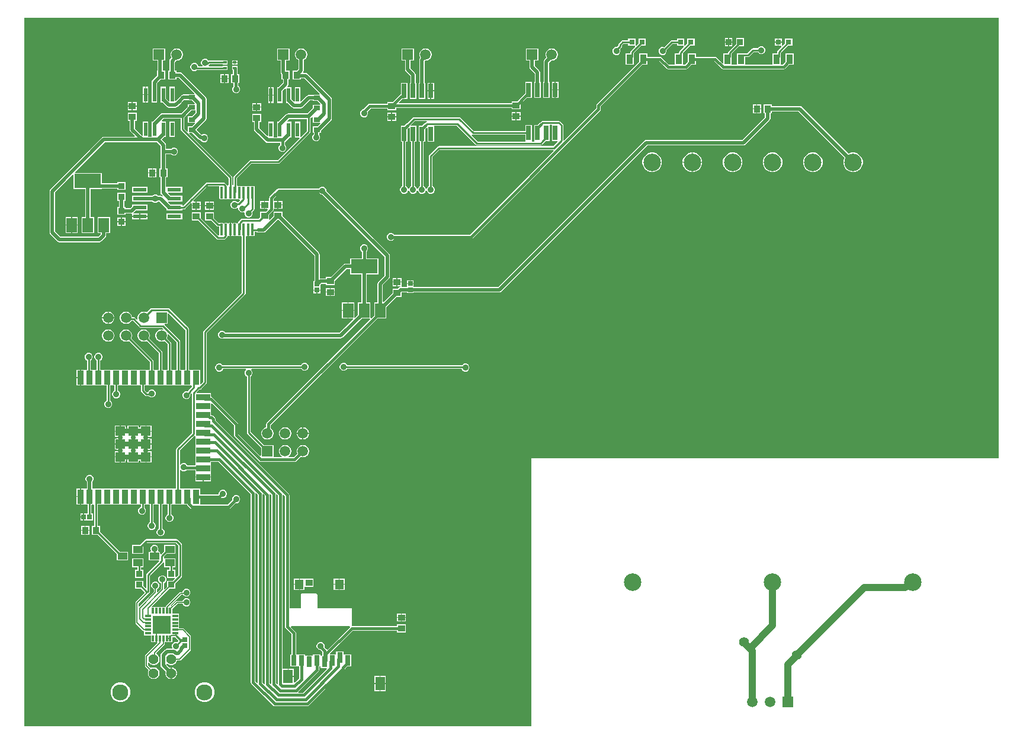
<source format=gtl>
G04*
G04 #@! TF.GenerationSoftware,Altium Limited,Altium Designer,22.10.1 (41)*
G04*
G04 Layer_Physical_Order=1*
G04 Layer_Color=255*
%FSLAX25Y25*%
%MOIN*%
G70*
G04*
G04 #@! TF.SameCoordinates,AD521441-6981-4C9A-977E-8A670088B7DC*
G04*
G04*
G04 #@! TF.FilePolarity,Positive*
G04*
G01*
G75*
%ADD12C,0.00600*%
%ADD15C,0.01000*%
%ADD54R,0.03622X0.05433*%
%ADD55R,0.05236X0.05236*%
%ADD56R,0.07874X0.03543*%
%ADD57R,0.03543X0.07874*%
%ADD58R,0.07800X0.02100*%
%ADD59R,0.01181X0.03347*%
%ADD60R,0.03347X0.01181*%
%ADD61R,0.10039X0.10039*%
%ADD62R,0.03622X0.03858*%
%ADD63R,0.05512X0.03937*%
%ADD64R,0.03661X0.03425*%
%ADD65R,0.03858X0.03622*%
%ADD66R,0.05906X0.07874*%
%ADD67R,0.14961X0.07874*%
%ADD68R,0.02835X0.02520*%
%ADD69R,0.02520X0.02835*%
G04:AMPARAMS|DCode=70|XSize=64.57mil|YSize=16.14mil|CornerRadius=2.02mil|HoleSize=0mil|Usage=FLASHONLY|Rotation=270.000|XOffset=0mil|YOffset=0mil|HoleType=Round|Shape=RoundedRectangle|*
%AMROUNDEDRECTD70*
21,1,0.06457,0.01211,0,0,270.0*
21,1,0.06053,0.01614,0,0,270.0*
1,1,0.00404,-0.00605,-0.03027*
1,1,0.00404,-0.00605,0.03027*
1,1,0.00404,0.00605,0.03027*
1,1,0.00404,0.00605,-0.03027*
%
%ADD70ROUNDEDRECTD70*%
%ADD71R,0.02600X0.08000*%
%ADD72R,0.01968X0.01181*%
%ADD73R,0.03543X0.02559*%
%ADD74R,0.02100X0.07800*%
%ADD75R,0.03150X0.03150*%
%ADD76R,0.03189X0.03661*%
%ADD77R,0.05512X0.07480*%
%ADD78R,0.03150X0.05906*%
%ADD79R,0.05118X0.05512*%
%ADD80R,0.03937X0.03740*%
%ADD81C,0.02000*%
%ADD82C,0.01500*%
%ADD83C,0.04000*%
%ADD84C,0.09843*%
%ADD85C,0.03000*%
%ADD86C,0.05622*%
%ADD87C,0.09055*%
%ADD88R,0.05906X0.05906*%
%ADD89C,0.05906*%
%ADD90C,0.05512*%
%ADD91C,0.03500*%
G36*
X649197Y251500D02*
X386000Y251500D01*
Y100803D01*
X100803D01*
Y499197D01*
X649197D01*
Y251500D01*
D02*
G37*
%LPC*%
G36*
X527075Y487575D02*
X525250D01*
Y485750D01*
X527075D01*
Y487575D01*
D02*
G37*
G36*
X499217Y487831D02*
X497372D01*
Y485750D01*
X499217D01*
Y487831D01*
D02*
G37*
G36*
X496872D02*
X495027D01*
Y485750D01*
X496872D01*
Y487831D01*
D02*
G37*
G36*
X524750Y487575D02*
X522925D01*
Y485750D01*
X524750D01*
Y487575D01*
D02*
G37*
G36*
X450575D02*
X446425D01*
Y484867D01*
X445169Y483611D01*
X444669Y483818D01*
Y487575D01*
X440520D01*
Y486520D01*
X437500D01*
X437110Y486442D01*
X436779Y486221D01*
X435268Y484710D01*
X435047Y484379D01*
X434970Y483989D01*
Y483529D01*
X434190Y482750D01*
X433553D01*
X432725Y482408D01*
X432093Y481775D01*
X431750Y480947D01*
Y480053D01*
X432093Y479225D01*
X432725Y478592D01*
X433553Y478250D01*
X434447D01*
X435275Y478592D01*
X435908Y479225D01*
X436250Y480053D01*
Y480947D01*
X435963Y481639D01*
X436710Y482386D01*
X436931Y482717D01*
X437009Y483107D01*
Y483567D01*
X437922Y484480D01*
X440520D01*
Y483425D01*
X444276D01*
X444483Y482925D01*
X442070Y480512D01*
X441849Y480182D01*
X441772Y479791D01*
Y479216D01*
X439169D01*
Y472784D01*
X443791D01*
Y477212D01*
X443811Y477311D01*
Y479369D01*
X447867Y483425D01*
X450575D01*
Y487575D01*
D02*
G37*
G36*
X524750Y485250D02*
X522925D01*
Y483425D01*
X524750D01*
Y485250D01*
D02*
G37*
G36*
X499217D02*
X497372D01*
Y483169D01*
X499217D01*
Y485250D01*
D02*
G37*
G36*
X496872D02*
X495027D01*
Y483169D01*
X496872D01*
Y485250D01*
D02*
G37*
G36*
X220740Y475165D02*
X219506D01*
Y474325D01*
X220740D01*
Y475165D01*
D02*
G37*
G36*
X219006D02*
X217772D01*
Y474325D01*
X219006D01*
Y475165D01*
D02*
G37*
G36*
X505594Y487831D02*
X501405D01*
Y484611D01*
X497090Y480296D01*
X496869Y479965D01*
X496791Y479575D01*
Y479216D01*
X494189D01*
Y473764D01*
X493727Y473573D01*
X490399Y476901D01*
X489985Y477177D01*
X489498Y477275D01*
X478811D01*
Y479216D01*
X474189D01*
Y474586D01*
X472411Y472808D01*
X471291D01*
Y479216D01*
X471291Y479216D01*
X471291D01*
X471486Y479639D01*
X475273Y483425D01*
X477980D01*
Y487575D01*
X473831D01*
Y484867D01*
X472575Y483611D01*
X472075Y483818D01*
Y487575D01*
X467925D01*
Y486520D01*
X465000D01*
X464610Y486442D01*
X464279Y486221D01*
X460703Y482644D01*
X460448Y482750D01*
X459552D01*
X458726Y482408D01*
X458092Y481775D01*
X457750Y480947D01*
Y480053D01*
X458092Y479225D01*
X458726Y478592D01*
X459552Y478250D01*
X460448D01*
X461274Y478592D01*
X461907Y479225D01*
X462250Y480053D01*
Y480947D01*
X462144Y481203D01*
X465422Y484480D01*
X467925D01*
Y483425D01*
X471682D01*
X471889Y482925D01*
X469297Y480333D01*
X469075Y480002D01*
X468998Y479612D01*
Y479216D01*
X466669D01*
Y472808D01*
X463550D01*
X459457Y476901D01*
X459043Y477177D01*
X458555Y477275D01*
X451311D01*
Y479216D01*
X446689D01*
Y474586D01*
X422972Y450869D01*
X422695Y450455D01*
X422598Y449967D01*
Y448344D01*
X404520Y430265D01*
X404020Y430472D01*
Y438675D01*
X403942Y439065D01*
X403721Y439396D01*
X402246Y440871D01*
X401915Y441092D01*
X401525Y441170D01*
X392475D01*
X392085Y441092D01*
X391754Y440871D01*
X391206Y440322D01*
X390927Y440267D01*
X390513Y439991D01*
X390363Y439765D01*
X389498Y438900D01*
X387700D01*
Y430170D01*
X387700Y429900D01*
X387295Y429670D01*
X386705D01*
X386300Y429900D01*
X386300Y430170D01*
Y438900D01*
X382700D01*
Y435420D01*
X353760D01*
X346308Y442871D01*
X345978Y443092D01*
X345588Y443170D01*
X319975D01*
X319585Y443092D01*
X319254Y442871D01*
X316241Y439858D01*
X315962Y439802D01*
X315549Y439526D01*
X315398Y439300D01*
X314498Y438400D01*
X312700D01*
Y429400D01*
X313480D01*
Y404513D01*
X313226Y404408D01*
X312593Y403774D01*
X312250Y402948D01*
Y402052D01*
X312593Y401226D01*
X313226Y400593D01*
X314052Y400250D01*
X314948D01*
X315774Y400593D01*
X316407Y401226D01*
X316750Y402052D01*
Y402948D01*
X316407Y403774D01*
X315774Y404408D01*
X315520Y404513D01*
Y429400D01*
X316300D01*
Y436598D01*
X317200Y437498D01*
X317700Y437290D01*
Y429400D01*
X318480D01*
Y404513D01*
X318226Y404408D01*
X317593Y403774D01*
X317250Y402948D01*
Y402052D01*
X317593Y401226D01*
X318226Y400593D01*
X319052Y400250D01*
X319948D01*
X320775Y400593D01*
X321408Y401226D01*
X321750Y402052D01*
Y402948D01*
X321408Y403774D01*
X320775Y404408D01*
X320520Y404513D01*
Y429400D01*
X321300D01*
Y438400D01*
X318374D01*
X318167Y438900D01*
X320397Y441130D01*
X327229D01*
X327278Y440630D01*
X327085Y440592D01*
X326754Y440371D01*
X326148Y439764D01*
X325962Y439727D01*
X325549Y439451D01*
X324498Y438400D01*
X322700D01*
Y429400D01*
X323480D01*
Y404513D01*
X323225Y404408D01*
X322592Y403774D01*
X322250Y402948D01*
Y402052D01*
X322592Y401226D01*
X323225Y400593D01*
X324052Y400250D01*
X324948D01*
X325775Y400593D01*
X326408Y401226D01*
X326750Y402052D01*
Y402948D01*
X326408Y403774D01*
X325775Y404408D01*
X325520Y404513D01*
Y429400D01*
X326300D01*
Y436598D01*
X327200Y437498D01*
X327700Y437290D01*
Y429400D01*
X331300D01*
Y438130D01*
X331300Y438400D01*
X331705Y438630D01*
X344130D01*
X354831Y427929D01*
X355162Y427708D01*
X355552Y427630D01*
X391525D01*
X391915Y427708D01*
X392246Y427929D01*
X393306Y428990D01*
X393457Y429215D01*
X394142Y429900D01*
X396300D01*
Y438630D01*
X396300Y438900D01*
X396705Y439130D01*
X397295D01*
X397700Y438900D01*
X397700Y438630D01*
Y429900D01*
X400626D01*
X400833Y429400D01*
X398452Y427020D01*
X334000D01*
X333610Y426942D01*
X333279Y426721D01*
X328779Y422221D01*
X328558Y421890D01*
X328480Y421500D01*
Y404513D01*
X328225Y404408D01*
X327592Y403774D01*
X327250Y402948D01*
Y402052D01*
X327592Y401226D01*
X328225Y400593D01*
X329052Y400250D01*
X329948D01*
X330774Y400593D01*
X331407Y401226D01*
X331750Y402052D01*
Y402948D01*
X331407Y403774D01*
X330774Y404408D01*
X330520Y404513D01*
Y421078D01*
X334422Y424980D01*
X398528D01*
X398735Y424480D01*
X351529Y377274D01*
X308908D01*
X308908Y377274D01*
X308275Y377907D01*
X307448Y378250D01*
X306552D01*
X305726Y377907D01*
X305093Y377274D01*
X304750Y376448D01*
Y375552D01*
X305093Y374726D01*
X305726Y374093D01*
X306552Y373750D01*
X307448D01*
X308275Y374093D01*
X308908Y374726D01*
X308908Y374726D01*
X352057D01*
X352545Y374822D01*
X352958Y375099D01*
X424774Y446915D01*
X425050Y447328D01*
X425147Y447816D01*
Y449439D01*
X448491Y472784D01*
X451311D01*
Y474725D01*
X458028D01*
X462121Y470632D01*
X462534Y470356D01*
X463022Y470259D01*
X472939D01*
X473427Y470356D01*
X473840Y470632D01*
X475991Y472784D01*
X478811D01*
Y474725D01*
X488970D01*
X493063Y470632D01*
X493476Y470356D01*
X493964Y470259D01*
X527939D01*
X528427Y470356D01*
X528840Y470632D01*
X530991Y472784D01*
X533811D01*
Y479216D01*
X529189D01*
Y474586D01*
X527411Y472808D01*
X526291D01*
Y477212D01*
X526311Y477311D01*
Y479463D01*
X530273Y483425D01*
X532980D01*
Y487575D01*
X528831D01*
Y484867D01*
X527575Y483611D01*
X527075Y483818D01*
Y485250D01*
X525250D01*
Y483425D01*
X526682D01*
X526889Y482925D01*
X524571Y480607D01*
X524349Y480276D01*
X524272Y479886D01*
Y479216D01*
X521669D01*
Y472808D01*
X506331D01*
Y477197D01*
X508040D01*
X508430Y477275D01*
X508761Y477496D01*
X511246Y479980D01*
X513487D01*
X513592Y479726D01*
X514225Y479093D01*
X515053Y478750D01*
X515947D01*
X516775Y479093D01*
X517408Y479726D01*
X517750Y480552D01*
Y481448D01*
X517408Y482274D01*
X516775Y482907D01*
X515947Y483250D01*
X515053D01*
X514225Y482907D01*
X513592Y482274D01*
X513487Y482020D01*
X510823D01*
X510433Y481942D01*
X510103Y481721D01*
X507618Y479236D01*
X505331D01*
X505232Y479216D01*
X501709D01*
Y472808D01*
X498811D01*
Y477212D01*
X498831Y477311D01*
Y479152D01*
X502847Y483169D01*
X505594D01*
Y487831D01*
D02*
G37*
G36*
X220740Y473825D02*
X219506D01*
Y472984D01*
X220740D01*
Y473825D01*
D02*
G37*
G36*
X219006D02*
X217772D01*
Y472984D01*
X219006D01*
Y473825D01*
D02*
G37*
G36*
X202948Y476250D02*
X202052D01*
X201225Y475908D01*
X200592Y475275D01*
X200250Y474447D01*
Y473553D01*
X200592Y472725D01*
X201048Y472270D01*
X200841Y471770D01*
X198750D01*
Y471947D01*
X198407Y472775D01*
X197775Y473408D01*
X196948Y473750D01*
X196052D01*
X195226Y473408D01*
X194592Y472775D01*
X194250Y471947D01*
Y471053D01*
X194592Y470225D01*
X195226Y469593D01*
X196052Y469250D01*
X196948D01*
X197775Y469593D01*
X197912Y469730D01*
X203917D01*
X204307Y469808D01*
X204453Y469906D01*
X212260D01*
Y469835D01*
X215228D01*
Y472016D01*
X212260D01*
Y471945D01*
X204791D01*
X204370Y472445D01*
X204390Y472558D01*
X204721Y472779D01*
X204997Y473055D01*
X212260D01*
Y472984D01*
X215228D01*
Y475165D01*
X212260D01*
Y475094D01*
X204575D01*
X204489Y475077D01*
X204408Y475275D01*
X203774Y475908D01*
X202948Y476250D01*
D02*
G37*
G36*
X215709Y467429D02*
X213648D01*
Y465250D01*
X215709D01*
Y467429D01*
D02*
G37*
G36*
X213148D02*
X211087D01*
Y465250D01*
X213148D01*
Y467429D01*
D02*
G37*
G36*
X215709Y464750D02*
X213648D01*
Y462571D01*
X215709D01*
Y464750D01*
D02*
G37*
G36*
X213148D02*
X211087D01*
Y462571D01*
X213148D01*
Y464750D01*
D02*
G37*
G36*
X401300Y463100D02*
X399750D01*
Y458850D01*
X401300D01*
Y463100D01*
D02*
G37*
G36*
X399250D02*
X397700D01*
Y458850D01*
X399250D01*
Y463100D01*
D02*
G37*
G36*
X331300Y462600D02*
X329750D01*
Y458350D01*
X331300D01*
Y462600D01*
D02*
G37*
G36*
X329250D02*
X327700D01*
Y458350D01*
X329250D01*
Y462600D01*
D02*
G37*
G36*
X219256Y472200D02*
X218768Y472103D01*
X218638Y472016D01*
X217772D01*
Y469835D01*
X218104D01*
Y467429D01*
X217189D01*
Y462571D01*
X218476D01*
Y460658D01*
X218092Y460275D01*
X217750Y459447D01*
Y458553D01*
X218092Y457725D01*
X218725Y457093D01*
X219552Y456750D01*
X220448D01*
X221274Y457093D01*
X221907Y457725D01*
X222250Y458553D01*
Y459447D01*
X221907Y460275D01*
X221274Y460908D01*
X221024Y461011D01*
Y462571D01*
X221811D01*
Y467429D01*
X220653D01*
Y469835D01*
X220740D01*
Y472016D01*
X219874D01*
X219744Y472103D01*
X219256Y472200D01*
D02*
G37*
G36*
X170550Y460400D02*
X169250D01*
Y456250D01*
X170550D01*
Y460400D01*
D02*
G37*
G36*
X168750D02*
X167450D01*
Y456250D01*
X168750D01*
Y460400D01*
D02*
G37*
G36*
X241050Y460100D02*
X239750D01*
Y455950D01*
X241050D01*
Y460100D01*
D02*
G37*
G36*
X239250D02*
X237950D01*
Y455950D01*
X239250D01*
Y460100D01*
D02*
G37*
G36*
X401300Y458350D02*
X399750D01*
Y454100D01*
X401300D01*
Y458350D01*
D02*
G37*
G36*
X399250D02*
X397700D01*
Y454100D01*
X399250D01*
Y458350D01*
D02*
G37*
G36*
X397955Y481953D02*
X397045D01*
X396167Y481717D01*
X395380Y481263D01*
X394737Y480620D01*
X394283Y479833D01*
X394047Y478955D01*
Y478045D01*
X394283Y477167D01*
X394568Y476674D01*
X393419Y475525D01*
X393087Y475028D01*
X392971Y474443D01*
Y463100D01*
X392700D01*
Y454100D01*
X396300D01*
Y463100D01*
X396029D01*
Y473810D01*
X397267Y475047D01*
X397955D01*
X398833Y475282D01*
X399620Y475737D01*
X400263Y476380D01*
X400717Y477167D01*
X400953Y478045D01*
Y478955D01*
X400717Y479833D01*
X400263Y480620D01*
X399620Y481263D01*
X398833Y481717D01*
X397955Y481953D01*
D02*
G37*
G36*
X389953D02*
X383047D01*
Y475047D01*
X384971D01*
Y471550D01*
X385087Y470965D01*
X385419Y470469D01*
X387971Y467916D01*
Y463100D01*
X387700D01*
Y454100D01*
X391300D01*
Y463100D01*
X391029D01*
Y468550D01*
X390913Y469135D01*
X390581Y469631D01*
X388029Y472184D01*
Y475047D01*
X389953D01*
Y481953D01*
D02*
G37*
G36*
X331300Y457850D02*
X329750D01*
Y453600D01*
X331300D01*
Y457850D01*
D02*
G37*
G36*
X329250D02*
X327700D01*
Y453600D01*
X329250D01*
Y457850D01*
D02*
G37*
G36*
X326955Y481953D02*
X326045D01*
X325167Y481717D01*
X324380Y481263D01*
X323737Y480620D01*
X323283Y479833D01*
X323047Y478955D01*
Y478045D01*
X323283Y477167D01*
X323568Y476674D01*
X323419Y476525D01*
X323087Y476028D01*
X322971Y475443D01*
Y462600D01*
X322700D01*
Y453600D01*
X326300D01*
Y462600D01*
X326029D01*
Y474810D01*
X326267Y475047D01*
X326955D01*
X327833Y475282D01*
X328620Y475737D01*
X329263Y476380D01*
X329717Y477167D01*
X329953Y478045D01*
Y478955D01*
X329717Y479833D01*
X329263Y480620D01*
X328620Y481263D01*
X327833Y481717D01*
X326955Y481953D01*
D02*
G37*
G36*
X319953D02*
X313047D01*
Y475047D01*
X314971D01*
Y470174D01*
X315087Y469588D01*
X315419Y469092D01*
X317971Y466540D01*
Y462600D01*
X317700D01*
Y453600D01*
X321300D01*
Y462600D01*
X321029D01*
Y467174D01*
X320913Y467759D01*
X320581Y468255D01*
X318029Y470807D01*
Y475047D01*
X319953D01*
Y481953D01*
D02*
G37*
G36*
X256955D02*
X256045D01*
X255167Y481717D01*
X254380Y481263D01*
X253737Y480620D01*
X253282Y479833D01*
X253047Y478955D01*
Y478045D01*
X253282Y477167D01*
X253737Y476380D01*
X254380Y475737D01*
X254971Y475396D01*
Y470252D01*
X254148Y469429D01*
X251689D01*
Y464571D01*
X256311D01*
Y465125D01*
X258300D01*
X266975Y456450D01*
X266784Y455988D01*
X263228D01*
Y455738D01*
X260787D01*
X260202Y455622D01*
X259706Y455290D01*
X256512Y452096D01*
X256050Y452288D01*
Y460100D01*
X252950D01*
Y452216D01*
X252488Y452025D01*
X251050Y453463D01*
Y460100D01*
X248866D01*
X248675Y460562D01*
X248979Y460866D01*
X249311Y461362D01*
X249427Y461948D01*
Y464571D01*
X250209D01*
Y469429D01*
X248029D01*
Y475047D01*
X249953D01*
Y481953D01*
X243047D01*
Y475047D01*
X244971D01*
Y468516D01*
X245087Y467930D01*
X245419Y467434D01*
X245587Y467266D01*
Y464571D01*
X246368D01*
Y462581D01*
X243887Y460100D01*
X242950D01*
Y451300D01*
X246050D01*
Y457937D01*
X247488Y459375D01*
X247950Y459184D01*
Y451300D01*
X248887D01*
X251469Y448719D01*
X251965Y448387D01*
X252550Y448271D01*
X256378D01*
X256964Y448387D01*
X257460Y448719D01*
X261420Y452679D01*
X263228D01*
Y452429D01*
X265609D01*
X267258Y450779D01*
X267051Y450280D01*
X263228D01*
Y448391D01*
X260216Y445379D01*
X249200D01*
X248615Y445263D01*
X248119Y444931D01*
X243887Y440700D01*
X242950D01*
Y431929D01*
X241050D01*
Y440700D01*
X237950D01*
Y432888D01*
X237488Y432696D01*
X233029Y437155D01*
Y440587D01*
X233929D01*
Y445209D01*
X229071D01*
Y440587D01*
X229971D01*
Y436522D01*
X230087Y435936D01*
X230419Y435440D01*
X236540Y429319D01*
X237036Y428987D01*
X237622Y428871D01*
X244725D01*
Y427908D01*
X244725Y427908D01*
X244092Y427275D01*
X243750Y426447D01*
Y425553D01*
X244092Y424725D01*
X244725Y424092D01*
X245552Y423750D01*
X246448D01*
X247274Y424092D01*
X247907Y424725D01*
X248250Y425553D01*
Y426447D01*
X247907Y427275D01*
X247274Y427908D01*
X247274Y427908D01*
Y429147D01*
X247531Y429319D01*
X250113Y431900D01*
X251050D01*
Y440700D01*
X248866D01*
X248675Y441162D01*
X249833Y442321D01*
X259830D01*
Y435615D01*
X256550Y432335D01*
X256050Y432542D01*
Y440700D01*
X252950D01*
Y431900D01*
X255408D01*
X255615Y431400D01*
X243427Y419212D01*
X228192D01*
X227802Y419134D01*
X227471Y418913D01*
X218722Y410164D01*
X218501Y409833D01*
X218423Y409443D01*
Y404971D01*
X218270Y404865D01*
X217770Y405128D01*
Y409369D01*
X217692Y409759D01*
X217471Y410090D01*
X193511Y434050D01*
X193702Y434512D01*
X195109D01*
X198915Y430706D01*
X199411Y430374D01*
X199996Y430258D01*
X200079D01*
X200093Y430226D01*
X200726Y429593D01*
X201552Y429250D01*
X202448D01*
X203274Y429593D01*
X203907Y430226D01*
X204250Y431052D01*
Y431948D01*
X203907Y432774D01*
X203274Y433407D01*
X202448Y433750D01*
X201552D01*
X200726Y433407D01*
X200634Y433316D01*
X200630D01*
X197655Y436291D01*
X202853Y441490D01*
X203185Y441986D01*
X203301Y442571D01*
Y453608D01*
X203185Y454193D01*
X202853Y454689D01*
X189461Y468081D01*
X188965Y468413D01*
X188380Y468529D01*
X186311D01*
Y469429D01*
X185529D01*
Y474310D01*
X186267Y475047D01*
X186955D01*
X187833Y475282D01*
X188620Y475737D01*
X189263Y476380D01*
X189717Y477167D01*
X189953Y478045D01*
Y478955D01*
X189717Y479833D01*
X189263Y480620D01*
X188620Y481263D01*
X187833Y481717D01*
X186955Y481953D01*
X186045D01*
X185167Y481717D01*
X184380Y481263D01*
X183737Y480620D01*
X183282Y479833D01*
X183047Y478955D01*
Y478045D01*
X183282Y477167D01*
X183568Y476674D01*
X182919Y476025D01*
X182587Y475528D01*
X182471Y474943D01*
Y469429D01*
X181689D01*
Y464571D01*
X186311D01*
Y465471D01*
X187746D01*
X196475Y456742D01*
X196284Y456280D01*
X192728D01*
Y456029D01*
X190228D01*
X189643Y455913D01*
X189147Y455581D01*
X186972Y453406D01*
X186871Y453256D01*
X186012Y452396D01*
X185550Y452588D01*
Y460400D01*
X182450D01*
Y452516D01*
X181988Y452325D01*
X180550Y453763D01*
Y460400D01*
X177450D01*
Y451600D01*
X178387D01*
X180969Y449019D01*
X181465Y448687D01*
X182050Y448571D01*
X185878D01*
X186464Y448687D01*
X186960Y449019D01*
X189135Y451194D01*
X189236Y451344D01*
X190862Y452971D01*
X192728D01*
Y452720D01*
X195109D01*
X196758Y451071D01*
X196551Y450571D01*
X192728D01*
Y449175D01*
X189089Y445535D01*
X178556D01*
X177971Y445419D01*
X177474Y445087D01*
X173387Y441000D01*
X172450D01*
Y432229D01*
X170550D01*
Y441000D01*
X167450D01*
Y433188D01*
X166988Y432996D01*
X163029Y436955D01*
Y441087D01*
X163929D01*
Y445709D01*
X159071D01*
Y441087D01*
X159971D01*
Y436322D01*
X160087Y435736D01*
X160419Y435240D01*
X162967Y432691D01*
X162776Y432229D01*
X145553D01*
X144967Y432113D01*
X144471Y431781D01*
X115419Y402729D01*
X115087Y402233D01*
X114971Y401647D01*
Y378500D01*
X115087Y377915D01*
X115419Y377419D01*
X119419Y373419D01*
X119915Y373087D01*
X120500Y372971D01*
X143000D01*
X143585Y373087D01*
X144081Y373419D01*
X146414Y375751D01*
X146746Y376248D01*
X146862Y376833D01*
Y378161D01*
X149008D01*
Y387035D01*
X142102D01*
Y378161D01*
X143804D01*
Y377467D01*
X142367Y376029D01*
X121133D01*
X118029Y379134D01*
Y401014D01*
X128058Y411042D01*
X128520Y410851D01*
Y402965D01*
X134971D01*
Y387035D01*
X133047D01*
Y378161D01*
X139953D01*
Y387035D01*
X138029D01*
Y402965D01*
X144480D01*
Y403112D01*
X153169D01*
Y402429D01*
X157831D01*
Y406854D01*
X153169D01*
Y406171D01*
X144480D01*
Y411839D01*
X129507D01*
X129316Y412301D01*
X146186Y429171D01*
X175317D01*
X177471Y427016D01*
Y424500D01*
Y414429D01*
X176689D01*
Y409571D01*
X177471D01*
Y400850D01*
X177587Y400265D01*
X177919Y399769D01*
X178651Y399036D01*
X178332Y398648D01*
X177935Y398913D01*
X177350Y399029D01*
X176153D01*
X175775Y399408D01*
X174948Y399750D01*
X174052D01*
X173225Y399408D01*
X172847Y399029D01*
X170200D01*
Y399050D01*
X161400D01*
Y395950D01*
X170200D01*
Y395971D01*
X172847D01*
X173225Y395592D01*
X174052Y395250D01*
X174948D01*
X175775Y395592D01*
X176153Y395971D01*
X176716D01*
X180800Y391887D01*
Y390950D01*
X189600D01*
Y391480D01*
X190571D01*
X190961Y391558D01*
X191292Y391779D01*
X194571Y395058D01*
X195071Y394851D01*
Y393852D01*
X197250D01*
Y395913D01*
X196045D01*
X195853Y396375D01*
X204061Y404583D01*
X210155D01*
X210289Y404417D01*
X210465Y404083D01*
X210429Y403901D01*
Y397847D01*
X210484Y397574D01*
X210639Y397341D01*
X210871Y397186D01*
X211145Y397132D01*
X212355D01*
X212629Y397186D01*
X212861Y397341D01*
X213139D01*
X213371Y397186D01*
X213645Y397132D01*
X214855D01*
X215129Y397186D01*
X215361Y397341D01*
X215639D01*
X215871Y397186D01*
X216145Y397132D01*
X217355D01*
X217629Y397186D01*
X217861Y397341D01*
X218139D01*
X218371Y397186D01*
X218645Y397132D01*
X219855D01*
X220129Y397186D01*
X220361Y397341D01*
X220639D01*
X220871Y397186D01*
X221145Y397132D01*
X221897D01*
X222105Y396632D01*
X220992Y395520D01*
X220662D01*
X220274Y395907D01*
X219448Y396250D01*
X218552D01*
X217725Y395907D01*
X217092Y395274D01*
X216750Y394448D01*
Y393552D01*
X217092Y392725D01*
X217725Y392092D01*
X218552Y391750D01*
X219448D01*
X220274Y392092D01*
X220788Y392606D01*
X221010Y392530D01*
X221250Y392361D01*
Y391552D01*
X221592Y390725D01*
X222225Y390092D01*
X223052Y389750D01*
X223948D01*
X224303Y389897D01*
X224560Y389687D01*
X224707Y389523D01*
Y388672D01*
X225049Y387845D01*
X225682Y387212D01*
X226509Y386869D01*
X227404D01*
X228232Y387212D01*
X228864Y387845D01*
X229207Y388672D01*
Y389567D01*
X229002Y390060D01*
X229971Y391029D01*
X230192Y391360D01*
X230270Y391750D01*
Y397280D01*
X230361Y397341D01*
X230516Y397574D01*
X230571Y397847D01*
Y403901D01*
X230516Y404174D01*
X230361Y404406D01*
X230129Y404562D01*
X229855Y404616D01*
X228645D01*
X228371Y404562D01*
X228139Y404406D01*
X227861D01*
X227629Y404562D01*
X227355Y404616D01*
X226145D01*
X225871Y404562D01*
X225639Y404406D01*
X225361D01*
X225129Y404562D01*
X224855Y404616D01*
X223645D01*
X223371Y404562D01*
X223139Y404406D01*
X222861D01*
X222629Y404562D01*
X222355Y404616D01*
X221145D01*
X220963Y404580D01*
X220629Y404756D01*
X220462Y404890D01*
Y409021D01*
X228614Y417172D01*
X243849D01*
X244239Y417250D01*
X244570Y417471D01*
X261571Y434472D01*
X261792Y434803D01*
X261870Y435193D01*
Y442727D01*
X261931Y442768D01*
X262728Y443566D01*
X263228Y443358D01*
Y440220D01*
X267105D01*
X267296Y439758D01*
X265609Y438071D01*
X263228D01*
Y434512D01*
X263721D01*
Y433903D01*
X263092Y433275D01*
X262750Y432447D01*
Y431553D01*
X263092Y430725D01*
X263725Y430092D01*
X264552Y429750D01*
X265448D01*
X266274Y430092D01*
X266908Y430725D01*
X267250Y431553D01*
Y432447D01*
X266908Y433275D01*
X266779Y433403D01*
Y434512D01*
X267772D01*
Y435908D01*
X273353Y441490D01*
X273685Y441986D01*
X273801Y442571D01*
Y453316D01*
X273685Y453902D01*
X273353Y454398D01*
X260015Y467736D01*
X259519Y468067D01*
X258934Y468184D01*
X257885D01*
X257680Y468684D01*
X257913Y469033D01*
X258029Y469618D01*
Y475396D01*
X258620Y475737D01*
X259263Y476380D01*
X259717Y477167D01*
X259953Y478045D01*
Y478955D01*
X259717Y479833D01*
X259263Y480620D01*
X258620Y481263D01*
X257833Y481717D01*
X256955Y481953D01*
D02*
G37*
G36*
X179953D02*
X173047D01*
Y475047D01*
X175669D01*
Y469429D01*
X175587D01*
Y466734D01*
X172919Y464066D01*
X172587Y463570D01*
X172471Y462984D01*
Y460400D01*
X172450D01*
Y451600D01*
X175550D01*
Y460400D01*
X175529D01*
Y462351D01*
X177750Y464571D01*
X180209D01*
Y469429D01*
X178728D01*
Y475047D01*
X179953D01*
Y481953D01*
D02*
G37*
G36*
X170550Y455750D02*
X169250D01*
Y451600D01*
X170550D01*
Y455750D01*
D02*
G37*
G36*
X168750D02*
X167450D01*
Y451600D01*
X168750D01*
Y455750D01*
D02*
G37*
G36*
X241050Y455450D02*
X239750D01*
Y451300D01*
X241050D01*
Y455450D01*
D02*
G37*
G36*
X239250D02*
X237950D01*
Y451300D01*
X239250D01*
Y455450D01*
D02*
G37*
G36*
X386300Y463100D02*
X382700D01*
Y456571D01*
X382480Y456528D01*
X382067Y456251D01*
X378127Y452311D01*
X375071D01*
Y451076D01*
X311547D01*
X311356Y451538D01*
X313394Y453576D01*
X313950D01*
X314073Y453600D01*
X316300D01*
Y462600D01*
X312700D01*
Y456091D01*
X312378Y456028D01*
X311965Y455751D01*
X308127Y451913D01*
X305071D01*
Y450877D01*
X295102D01*
X294615Y450780D01*
X294201Y450504D01*
X291373Y447676D01*
X290725Y447407D01*
X290092Y446774D01*
X289750Y445948D01*
Y445052D01*
X290092Y444226D01*
X290725Y443593D01*
X291552Y443250D01*
X292448D01*
X293274Y443593D01*
X293907Y444226D01*
X294250Y445052D01*
Y445948D01*
X293957Y446655D01*
X295630Y448328D01*
X305071D01*
Y447291D01*
X309929D01*
Y448527D01*
X375071D01*
Y447689D01*
X379929D01*
Y450509D01*
X383496Y454075D01*
X383950D01*
X384073Y454100D01*
X386300D01*
Y463100D01*
D02*
G37*
G36*
X163929Y451811D02*
X161750D01*
Y449750D01*
X163929D01*
Y451811D01*
D02*
G37*
G36*
X161250D02*
X159071D01*
Y449750D01*
X161250D01*
Y451811D01*
D02*
G37*
G36*
X233929Y451311D02*
X231750D01*
Y449250D01*
X233929D01*
Y451311D01*
D02*
G37*
G36*
X231250D02*
X229071D01*
Y449250D01*
X231250D01*
Y451311D01*
D02*
G37*
G36*
X515311Y450429D02*
X513250D01*
Y448250D01*
X515311D01*
Y450429D01*
D02*
G37*
G36*
X512750D02*
X510689D01*
Y448250D01*
X512750D01*
Y450429D01*
D02*
G37*
G36*
X163929Y449250D02*
X161750D01*
Y447189D01*
X163929D01*
Y449250D01*
D02*
G37*
G36*
X161250D02*
X159071D01*
Y447189D01*
X161250D01*
Y449250D01*
D02*
G37*
G36*
X233929Y448750D02*
X231750D01*
Y446689D01*
X233929D01*
Y448750D01*
D02*
G37*
G36*
X231250D02*
X229071D01*
Y446689D01*
X231250D01*
Y448750D01*
D02*
G37*
G36*
X515311Y447750D02*
X513250D01*
Y445571D01*
X515311D01*
Y447750D01*
D02*
G37*
G36*
X512750D02*
X510689D01*
Y445571D01*
X512750D01*
Y447750D01*
D02*
G37*
G36*
X379929Y446209D02*
X377750D01*
Y444148D01*
X379929D01*
Y446209D01*
D02*
G37*
G36*
X377250D02*
X375071D01*
Y444148D01*
X377250D01*
Y446209D01*
D02*
G37*
G36*
X309929Y445811D02*
X307750D01*
Y443750D01*
X309929D01*
Y445811D01*
D02*
G37*
G36*
X307250D02*
X305071D01*
Y443750D01*
X307250D01*
Y445811D01*
D02*
G37*
G36*
X379929Y443648D02*
X377750D01*
Y441587D01*
X379929D01*
Y443648D01*
D02*
G37*
G36*
X377250D02*
X375071D01*
Y441587D01*
X377250D01*
Y443648D01*
D02*
G37*
G36*
X309929Y443250D02*
X307750D01*
Y441189D01*
X309929D01*
Y443250D01*
D02*
G37*
G36*
X307250D02*
X305071D01*
Y441189D01*
X307250D01*
Y443250D01*
D02*
G37*
G36*
X477352Y423421D02*
X476888D01*
Y418250D01*
X482059D01*
Y418714D01*
X481690Y420092D01*
X480976Y421329D01*
X479966Y422338D01*
X478730Y423052D01*
X477352Y423421D01*
D02*
G37*
G36*
X476388D02*
X475924D01*
X474545Y423052D01*
X473309Y422338D01*
X472300Y421329D01*
X471586Y420092D01*
X471216Y418714D01*
Y418250D01*
X476388D01*
Y423421D01*
D02*
G37*
G36*
X521413Y450429D02*
X516791D01*
Y445571D01*
X517573D01*
Y443236D01*
X504867Y430529D01*
X450808D01*
X450223Y430413D01*
X449727Y430082D01*
X367446Y347801D01*
X319917D01*
Y349478D01*
X318000D01*
X316083D01*
Y347801D01*
X312952D01*
X312929Y348291D01*
X312929Y348301D01*
Y350352D01*
X310750D01*
Y348291D01*
X312292D01*
X312341Y347791D01*
X311804Y347685D01*
X311308Y347353D01*
X310977Y346857D01*
X310968Y346811D01*
X308071D01*
Y344352D01*
X303085Y339366D01*
X302585Y339573D01*
Y349037D01*
X306081Y352534D01*
X306413Y353030D01*
X306529Y353615D01*
Y365500D01*
X306413Y366085D01*
X306081Y366581D01*
X270750Y401913D01*
Y402448D01*
X270408Y403274D01*
X269775Y403907D01*
X268948Y404250D01*
X268052D01*
X267226Y403907D01*
X266593Y403274D01*
X266593Y403274D01*
X244000D01*
X243512Y403177D01*
X243099Y402901D01*
X238920Y398722D01*
X238643Y398309D01*
X238546Y397821D01*
Y396762D01*
X238429Y396311D01*
X236250D01*
Y394000D01*
Y391689D01*
X237454D01*
X237645Y391227D01*
X236627Y390209D01*
X233571D01*
Y387029D01*
X232734Y386192D01*
X223258D01*
X222868Y386114D01*
X222537Y385893D01*
X221222Y384578D01*
X221001Y384248D01*
X220923Y383857D01*
Y383824D01*
X220871Y383814D01*
X220639Y383659D01*
X220361D01*
X220129Y383814D01*
X219855Y383868D01*
X219500D01*
Y380126D01*
Y376384D01*
X219855D01*
X220129Y376438D01*
X220361Y376593D01*
X220639D01*
X220871Y376438D01*
X221145Y376384D01*
X222355D01*
X222629Y376438D01*
X222730Y376506D01*
X223165Y376340D01*
X223230Y376285D01*
Y344672D01*
X201779Y323221D01*
X201558Y322890D01*
X201480Y322500D01*
Y294521D01*
X200206Y293247D01*
X199744Y293439D01*
Y301339D01*
X195244D01*
X195201Y301339D01*
X194744D01*
X194701Y301339D01*
X193492D01*
Y324054D01*
X193414Y324445D01*
X193193Y324775D01*
X182295Y335674D01*
X181964Y335895D01*
X181574Y335972D01*
X172453D01*
X172063Y335895D01*
X171732Y335674D01*
X169613Y333555D01*
X169333Y333717D01*
X168455Y333953D01*
X167545D01*
X166667Y333717D01*
X165880Y333263D01*
X165237Y332620D01*
X164783Y331833D01*
X164547Y330955D01*
Y330045D01*
X164635Y329716D01*
X164187Y329458D01*
X163174Y330471D01*
X162843Y330692D01*
X162453Y330770D01*
X161453D01*
Y330955D01*
X161217Y331833D01*
X160763Y332620D01*
X160120Y333263D01*
X159333Y333717D01*
X158455Y333953D01*
X157545D01*
X156667Y333717D01*
X155880Y333263D01*
X155237Y332620D01*
X154782Y331833D01*
X154547Y330955D01*
Y330045D01*
X154782Y329167D01*
X155237Y328380D01*
X155880Y327737D01*
X156667Y327283D01*
X157545Y327047D01*
X158455D01*
X159333Y327283D01*
X160120Y327737D01*
X160763Y328380D01*
X160965Y328731D01*
X162030D01*
X165529Y325232D01*
X165860Y325011D01*
X166250Y324933D01*
X178422D01*
X179042Y324313D01*
X178784Y323865D01*
X178455Y323953D01*
X177545D01*
X176667Y323717D01*
X175880Y323263D01*
X175237Y322620D01*
X174783Y321833D01*
X174547Y320955D01*
Y320045D01*
X174783Y319167D01*
X175237Y318380D01*
X175880Y317737D01*
X176667Y317283D01*
X177545Y317047D01*
X178455D01*
X179333Y317283D01*
X179613Y317445D01*
X181453Y315605D01*
Y301339D01*
X180244D01*
X180201Y301339D01*
X179744D01*
X179701Y301339D01*
X178492D01*
Y311028D01*
X178414Y311418D01*
X178193Y311749D01*
X171055Y318886D01*
X171218Y319167D01*
X171453Y320045D01*
Y320955D01*
X171218Y321833D01*
X170763Y322620D01*
X170120Y323263D01*
X169333Y323717D01*
X168455Y323953D01*
X167545D01*
X166667Y323717D01*
X165880Y323263D01*
X165237Y322620D01*
X164783Y321833D01*
X164547Y320955D01*
Y320045D01*
X164783Y319167D01*
X165237Y318380D01*
X165880Y317737D01*
X166667Y317283D01*
X167545Y317047D01*
X168455D01*
X169333Y317283D01*
X169613Y317445D01*
X176453Y310605D01*
Y301339D01*
X175244D01*
X175201Y301339D01*
X174744D01*
X174701Y301339D01*
X173492D01*
Y306028D01*
X173414Y306418D01*
X173193Y306749D01*
X161055Y318886D01*
X161217Y319167D01*
X161453Y320045D01*
Y320955D01*
X161217Y321833D01*
X160763Y322620D01*
X160120Y323263D01*
X159333Y323717D01*
X158455Y323953D01*
X157545D01*
X156667Y323717D01*
X155880Y323263D01*
X155237Y322620D01*
X154782Y321833D01*
X154547Y320955D01*
Y320045D01*
X154782Y319167D01*
X155237Y318380D01*
X155880Y317737D01*
X156667Y317283D01*
X157545Y317047D01*
X158455D01*
X159333Y317283D01*
X159613Y317445D01*
X171453Y305605D01*
Y301339D01*
X170244D01*
X170201Y301339D01*
X169744D01*
X169701Y301339D01*
X165244D01*
X165201Y301339D01*
X164744D01*
X164701Y301339D01*
X160244D01*
X160201Y301339D01*
X159744D01*
X159701Y301339D01*
X155244D01*
X155201Y301339D01*
X154744D01*
X154701Y301339D01*
X150244D01*
X150201Y301339D01*
X149744D01*
X149701Y301339D01*
X145244D01*
X145201Y301339D01*
X144744D01*
X144701Y301339D01*
X143520D01*
Y306487D01*
X143774Y306592D01*
X144407Y307225D01*
X144750Y308052D01*
Y308948D01*
X144407Y309774D01*
X143774Y310407D01*
X142948Y310750D01*
X142052D01*
X141226Y310407D01*
X140593Y309774D01*
X140250Y308948D01*
Y308052D01*
X140593Y307225D01*
X141226Y306592D01*
X141480Y306487D01*
Y301339D01*
X140244D01*
X140201Y301339D01*
X139744D01*
X139701Y301339D01*
X138020D01*
Y306487D01*
X138275Y306592D01*
X138908Y307225D01*
X139250Y308052D01*
Y308948D01*
X138908Y309774D01*
X138275Y310407D01*
X137448Y310750D01*
X136552D01*
X135725Y310407D01*
X135092Y309774D01*
X134750Y308948D01*
Y308052D01*
X135092Y307225D01*
X135725Y306592D01*
X135980Y306487D01*
Y301339D01*
X135244D01*
X135201Y301339D01*
X134744D01*
X134701Y301339D01*
X132722D01*
Y296902D01*
Y292465D01*
X134701D01*
X134744Y292465D01*
X135201D01*
X135244Y292465D01*
X139701D01*
X139744Y292465D01*
X140201D01*
X140244Y292465D01*
X144701D01*
X144744Y292465D01*
X145201D01*
X145244Y292465D01*
X146980D01*
Y284013D01*
X146725Y283908D01*
X146092Y283275D01*
X145750Y282448D01*
Y281552D01*
X146092Y280726D01*
X146725Y280093D01*
X147552Y279750D01*
X148448D01*
X149275Y280093D01*
X149908Y280726D01*
X150250Y281552D01*
Y282448D01*
X149908Y283275D01*
X149275Y283908D01*
X149020Y284013D01*
Y292465D01*
X149701D01*
X149744Y292465D01*
X150201D01*
X150244Y292465D01*
X151480D01*
Y289513D01*
X151225Y289407D01*
X150593Y288774D01*
X150250Y287948D01*
Y287052D01*
X150593Y286226D01*
X151225Y285593D01*
X152052Y285250D01*
X152948D01*
X153774Y285593D01*
X154408Y286226D01*
X154750Y287052D01*
Y287948D01*
X154408Y288774D01*
X153774Y289407D01*
X153520Y289513D01*
Y292465D01*
X154701D01*
X154744Y292465D01*
X155201D01*
X155244Y292465D01*
X159701D01*
X159744Y292465D01*
X160201D01*
X160244Y292465D01*
X164701D01*
X164744Y292465D01*
X165201D01*
X165244Y292465D01*
X166453D01*
Y289528D01*
X166530Y289137D01*
X166751Y288807D01*
X168865Y286693D01*
X169196Y286472D01*
X169586Y286395D01*
X170414D01*
X170804Y286472D01*
X170829Y286489D01*
X171226Y286092D01*
X172052Y285750D01*
X172948D01*
X173775Y286092D01*
X174407Y286725D01*
X174750Y287552D01*
Y288448D01*
X174407Y289275D01*
X173775Y289908D01*
X172948Y290250D01*
X172052D01*
X171226Y289908D01*
X170592Y289275D01*
X170376Y288752D01*
X169806Y288636D01*
X168492Y289950D01*
Y292465D01*
X169701D01*
X169744Y292465D01*
X170201D01*
X170244Y292465D01*
X174701D01*
X174744Y292465D01*
X175201D01*
X175244Y292465D01*
X179701D01*
X179744Y292465D01*
X180201D01*
X180244Y292465D01*
X184744D01*
Y292465D01*
X185201D01*
Y292465D01*
X189744D01*
Y292465D01*
X190201D01*
Y292465D01*
X194681D01*
X194744Y292465D01*
X195181Y292313D01*
Y291809D01*
X193251Y289879D01*
X193030Y289549D01*
X193017Y289483D01*
X192593Y289190D01*
X192448Y289250D01*
X191552D01*
X190726Y288908D01*
X190093Y288275D01*
X189750Y287448D01*
Y286552D01*
X190093Y285725D01*
X190726Y285092D01*
X191552Y284750D01*
X192448D01*
X193274Y285092D01*
X193907Y285725D01*
X194250Y286552D01*
Y287448D01*
X194170Y287640D01*
X194515Y287985D01*
X194953Y287804D01*
Y265653D01*
X186529Y257229D01*
X186308Y256899D01*
X186230Y256508D01*
Y234409D01*
X185244D01*
X185201Y234409D01*
X184744D01*
X184701Y234409D01*
X180244D01*
X180201Y234409D01*
X179744D01*
X179701Y234409D01*
X175244D01*
X175201Y234409D01*
X174744D01*
X174701Y234409D01*
X170244D01*
X170201Y234409D01*
X169744D01*
X169701Y234409D01*
X165244D01*
X165201Y234409D01*
X164744D01*
X164701Y234409D01*
X160244D01*
X160201Y234409D01*
X159744D01*
X159701Y234409D01*
X155244D01*
X155201Y234409D01*
X154744D01*
X154701Y234409D01*
X150244D01*
X150201Y234409D01*
X149744D01*
X149701Y234409D01*
X145244D01*
X145201Y234409D01*
X144744D01*
X144701Y234409D01*
X140244D01*
X140201Y234409D01*
X139744D01*
X139701Y234409D01*
X139016D01*
Y238334D01*
X139408Y238725D01*
X139750Y239552D01*
Y240448D01*
X139408Y241274D01*
X138775Y241908D01*
X137948Y242250D01*
X137052D01*
X136225Y241908D01*
X135592Y241274D01*
X135250Y240448D01*
Y239552D01*
X135592Y238725D01*
X135957Y238361D01*
Y234409D01*
X135244D01*
X135201Y234409D01*
X134744D01*
X134701Y234409D01*
X132722D01*
Y229972D01*
Y225535D01*
X134701D01*
X134744Y225535D01*
X135201D01*
X135244Y225535D01*
X136480D01*
Y220417D01*
X134293D01*
Y218500D01*
Y216583D01*
X139260D01*
Y220417D01*
X138520D01*
Y225182D01*
X138873Y225535D01*
X139744Y225535D01*
X140032Y225154D01*
Y213429D01*
X138740D01*
Y208571D01*
X141920D01*
X152744Y197747D01*
Y194032D01*
X159256D01*
Y198969D01*
X154406D01*
X143362Y210013D01*
Y213429D01*
X142071D01*
Y225535D01*
X144701D01*
X144744Y225535D01*
X145201D01*
X145244Y225535D01*
X149701D01*
X149744Y225535D01*
X150201D01*
X150244Y225535D01*
X154701D01*
X154744Y225535D01*
X155201D01*
X155244Y225535D01*
X159701D01*
X159744Y225535D01*
X160201D01*
X160244Y225535D01*
X164701D01*
X164744Y225535D01*
X165201D01*
X165244Y225535D01*
X166453D01*
Y224209D01*
X165726Y223907D01*
X165093Y223274D01*
X164750Y222448D01*
Y221552D01*
X165093Y220725D01*
X165726Y220093D01*
X166552Y219750D01*
X167448D01*
X168274Y220093D01*
X168907Y220725D01*
X169250Y221552D01*
Y222448D01*
X168907Y223274D01*
X168492Y223690D01*
Y225535D01*
X169701D01*
X169744Y225535D01*
X170201D01*
X170244Y225535D01*
X171453D01*
Y219028D01*
X171480Y218889D01*
Y215513D01*
X171226Y215407D01*
X170592Y214774D01*
X170250Y213948D01*
Y213052D01*
X170592Y212226D01*
X171226Y211593D01*
X172052Y211250D01*
X172948D01*
X173775Y211593D01*
X174407Y212226D01*
X174750Y213052D01*
Y213948D01*
X174407Y214774D01*
X173775Y215407D01*
X173520Y215513D01*
Y219000D01*
X173492Y219139D01*
Y225535D01*
X174701D01*
X174744Y225535D01*
X175201D01*
X175244Y225535D01*
X176480D01*
Y212013D01*
X176225Y211908D01*
X175593Y211275D01*
X175250Y210448D01*
Y209552D01*
X175593Y208726D01*
X176225Y208092D01*
X177052Y207750D01*
X177948D01*
X178774Y208092D01*
X179408Y208726D01*
X179750Y209552D01*
Y210448D01*
X179408Y211275D01*
X178774Y211908D01*
X178520Y212013D01*
Y225535D01*
X179701D01*
X179744Y225535D01*
X180201D01*
X180244Y225535D01*
X181480D01*
Y220013D01*
X181226Y219907D01*
X180593Y219274D01*
X180250Y218448D01*
Y217552D01*
X180593Y216725D01*
X181226Y216092D01*
X182052Y215750D01*
X182948D01*
X183774Y216092D01*
X184407Y216725D01*
X184750Y217552D01*
Y218448D01*
X184407Y219274D01*
X183774Y219907D01*
X183520Y220013D01*
Y225535D01*
X184701D01*
X184744Y225535D01*
X185201D01*
X185244Y225535D01*
X189701D01*
X189744Y225535D01*
X190201D01*
X190244Y225535D01*
X192266D01*
X192317Y225279D01*
X192593Y224866D01*
X194075Y223384D01*
X194488Y223108D01*
X194976Y223011D01*
X215785D01*
X216273Y223108D01*
X216687Y223384D01*
X219552Y226250D01*
X219552Y226250D01*
X220448D01*
X221274Y226592D01*
X221907Y227225D01*
X222250Y228052D01*
Y228948D01*
X221907Y229774D01*
X221274Y230408D01*
X220448Y230750D01*
X219552D01*
X218725Y230408D01*
X218092Y229774D01*
X217750Y228948D01*
Y228052D01*
X217750Y228052D01*
X215258Y225560D01*
X199744D01*
Y228698D01*
X210431D01*
X210919Y228795D01*
X211332Y229071D01*
X211670Y229409D01*
X212052Y229250D01*
X212948D01*
X213774Y229592D01*
X214407Y230225D01*
X214750Y231052D01*
Y231948D01*
X214407Y232774D01*
X213774Y233407D01*
X212948Y233750D01*
X212052D01*
X211226Y233407D01*
X210593Y232774D01*
X210250Y231948D01*
Y231594D01*
X209903Y231247D01*
X199744D01*
Y234409D01*
X195201D01*
Y234409D01*
X194744D01*
Y234409D01*
X190244D01*
X190201Y234409D01*
X189744D01*
X189701Y234409D01*
X188270D01*
Y244841D01*
X188770Y245048D01*
X189225Y244592D01*
X190052Y244250D01*
X190948D01*
X191774Y244592D01*
X192126Y244944D01*
X196972D01*
Y243709D01*
X196972Y243665D01*
Y243209D01*
X196972Y243165D01*
Y241187D01*
X201409D01*
X205846D01*
Y243165D01*
X205846Y243209D01*
Y243665D01*
X205846Y243709D01*
Y248209D01*
X205846D01*
Y248665D01*
X205846D01*
Y249662D01*
X209964D01*
X228225Y231401D01*
Y125458D01*
X228323Y124970D01*
X228599Y124557D01*
X240704Y112451D01*
X241118Y112175D01*
X241605Y112078D01*
X260024D01*
X260512Y112175D01*
X260926Y112451D01*
X280899Y132425D01*
X281175Y132838D01*
X281265Y133290D01*
X282381Y134405D01*
X284728D01*
Y141311D01*
X280579D01*
X280398Y141736D01*
Y142886D01*
X276248D01*
Y141736D01*
X276067Y141311D01*
X272898D01*
X272707Y141773D01*
X285557Y154623D01*
X310571D01*
Y153587D01*
X315429D01*
Y158209D01*
X310571D01*
Y157172D01*
X285541D01*
X285203Y157661D01*
Y166717D01*
X285044Y167099D01*
X284661Y167258D01*
X265675D01*
Y174866D01*
X265517Y175249D01*
X265134Y175407D01*
X256866D01*
X256483Y175249D01*
X256325Y174866D01*
Y167258D01*
X250410D01*
X249934Y167602D01*
Y230840D01*
X249837Y231328D01*
X249561Y231742D01*
X208371Y272932D01*
Y273433D01*
X208274Y273921D01*
X207998Y274335D01*
X206973Y275360D01*
X206559Y275636D01*
X206071Y275733D01*
X205846D01*
Y278209D01*
X205846D01*
Y278665D01*
X205846D01*
Y282228D01*
X206308Y282419D01*
X218672Y270055D01*
Y264673D01*
X218769Y264185D01*
X219046Y263772D01*
X232921Y249896D01*
X233335Y249620D01*
X233822Y249523D01*
X252797D01*
X253285Y249620D01*
X253698Y249896D01*
X256115Y252313D01*
X256167Y252283D01*
X257045Y252047D01*
X257955D01*
X258833Y252283D01*
X259620Y252737D01*
X260263Y253380D01*
X260718Y254167D01*
X260953Y255045D01*
Y255955D01*
X260718Y256833D01*
X260263Y257620D01*
X259620Y258263D01*
X258833Y258717D01*
X257955Y258953D01*
X257045D01*
X256167Y258717D01*
X255380Y258263D01*
X254737Y257620D01*
X254282Y256833D01*
X254047Y255955D01*
Y255045D01*
X254282Y254167D01*
X254313Y254115D01*
X252269Y252072D01*
X249468D01*
X249334Y252572D01*
X249620Y252737D01*
X250263Y253380D01*
X250717Y254167D01*
X250953Y255045D01*
Y255955D01*
X250717Y256833D01*
X250263Y257620D01*
X249620Y258263D01*
X248833Y258717D01*
X247955Y258953D01*
X247045D01*
X246167Y258717D01*
X245380Y258263D01*
X244737Y257620D01*
X244283Y256833D01*
X244047Y255955D01*
Y255045D01*
X244283Y254167D01*
X244737Y253380D01*
X245380Y252737D01*
X245666Y252572D01*
X245532Y252072D01*
X240953D01*
Y258953D01*
X235489D01*
X228020Y266422D01*
Y297487D01*
X228274Y297592D01*
X228907Y298225D01*
X229250Y299052D01*
Y299948D01*
X228907Y300775D01*
X228452Y301230D01*
X228659Y301730D01*
X256591D01*
X256592Y301726D01*
X257225Y301093D01*
X258052Y300750D01*
X258948D01*
X259774Y301093D01*
X260407Y301726D01*
X260750Y302552D01*
Y303448D01*
X260407Y304275D01*
X259774Y304907D01*
X258948Y305250D01*
X258052D01*
X257225Y304907D01*
X256592Y304275D01*
X256383Y303770D01*
X212409D01*
X212407Y303774D01*
X211774Y304408D01*
X210948Y304750D01*
X210052D01*
X209226Y304408D01*
X208593Y303774D01*
X208250Y302948D01*
Y302052D01*
X208593Y301225D01*
X209226Y300592D01*
X210052Y300250D01*
X210948D01*
X211774Y300592D01*
X212407Y301225D01*
X212617Y301730D01*
X225341D01*
X225548Y301230D01*
X225093Y300775D01*
X224750Y299948D01*
Y299052D01*
X225093Y298225D01*
X225726Y297592D01*
X225980Y297487D01*
Y266000D01*
X226058Y265610D01*
X226279Y265279D01*
X234047Y257511D01*
Y253028D01*
X233585Y252837D01*
X221221Y265201D01*
Y270583D01*
X221124Y271071D01*
X220848Y271484D01*
X206516Y285817D01*
X206102Y286093D01*
X205846Y286144D01*
Y288209D01*
X197946D01*
X197755Y288671D01*
X199209Y290125D01*
X199545D01*
X199935Y290202D01*
X200266Y290423D01*
X203221Y293378D01*
X203442Y293709D01*
X203520Y294099D01*
Y322078D01*
X224971Y343529D01*
X225192Y343860D01*
X225270Y344250D01*
Y376285D01*
X225336Y376340D01*
X225770Y376506D01*
X225871Y376438D01*
X226145Y376384D01*
X226500D01*
Y380126D01*
X227000D01*
Y376384D01*
X227355D01*
X227629Y376438D01*
X227861Y376593D01*
X228139D01*
X228371Y376438D01*
X228645Y376384D01*
X229855D01*
X230129Y376438D01*
X230361Y376593D01*
X230516Y376826D01*
X230571Y377099D01*
Y378980D01*
X231377D01*
X231419Y378919D01*
X231915Y378587D01*
X232500Y378471D01*
X235484D01*
X236070Y378587D01*
X236566Y378919D01*
X243234Y385587D01*
X243766D01*
X263971Y365382D01*
Y351260D01*
X263583D01*
Y347740D01*
Y346293D01*
X265500D01*
X267417D01*
Y349097D01*
X267893Y349573D01*
X270571D01*
Y348791D01*
X275429D01*
Y351251D01*
X282051Y357872D01*
X284020D01*
Y354965D01*
X290471D01*
Y339035D01*
X288547D01*
Y332324D01*
X286859Y330637D01*
X286398Y330828D01*
Y334348D01*
X283195D01*
Y330161D01*
X285731D01*
X285922Y329699D01*
X278252Y322029D01*
X214009D01*
X213908Y322274D01*
X213275Y322907D01*
X212448Y323250D01*
X211552D01*
X210725Y322907D01*
X210092Y322274D01*
X209750Y321448D01*
Y320552D01*
X210092Y319725D01*
X210725Y319092D01*
X211552Y318750D01*
X212448D01*
X212980Y318971D01*
X278886D01*
X279471Y319087D01*
X279967Y319419D01*
X290710Y330161D01*
X295093D01*
X295300Y329661D01*
X237243Y271604D01*
X236966Y271191D01*
X236869Y270703D01*
Y268906D01*
X236167Y268718D01*
X235380Y268263D01*
X234737Y267620D01*
X234282Y266833D01*
X234047Y265955D01*
Y265045D01*
X234282Y264167D01*
X234737Y263380D01*
X235380Y262737D01*
X236167Y262282D01*
X237045Y262047D01*
X237955D01*
X238833Y262282D01*
X239620Y262737D01*
X240263Y263380D01*
X240718Y264167D01*
X240953Y265045D01*
Y265955D01*
X240718Y266833D01*
X240263Y267620D01*
X239620Y268263D01*
X239418Y268379D01*
Y270175D01*
X299405Y330161D01*
X304508D01*
Y336543D01*
X304749Y336704D01*
X310234Y342189D01*
X312929D01*
Y344742D01*
X316083D01*
Y344512D01*
X319917D01*
Y344742D01*
X368080D01*
X368665Y344859D01*
X369161Y345190D01*
X451442Y427471D01*
X505500D01*
X506085Y427587D01*
X506581Y427919D01*
X520184Y441521D01*
X520515Y442017D01*
X520632Y442602D01*
Y445571D01*
X521413D01*
Y446471D01*
X536555D01*
X562429Y420597D01*
X562137Y420092D01*
X561768Y418714D01*
Y417286D01*
X562137Y415907D01*
X562851Y414671D01*
X563860Y413662D01*
X565097Y412948D01*
X566475Y412579D01*
X567903D01*
X569281Y412948D01*
X570518Y413662D01*
X571527Y414671D01*
X572241Y415907D01*
X572610Y417286D01*
Y418714D01*
X572241Y420092D01*
X571527Y421329D01*
X570518Y422338D01*
X569281Y423052D01*
X567903Y423421D01*
X566475D01*
X565097Y423052D01*
X564592Y422760D01*
X538270Y449081D01*
X537774Y449413D01*
X537189Y449529D01*
X521413D01*
Y450429D01*
D02*
G37*
G36*
X545265Y423421D02*
X543837D01*
X542459Y423052D01*
X541222Y422338D01*
X540213Y421329D01*
X539499Y420092D01*
X539130Y418714D01*
Y417286D01*
X539499Y415907D01*
X540213Y414671D01*
X541222Y413662D01*
X542459Y412948D01*
X543837Y412579D01*
X545265D01*
X546644Y412948D01*
X547880Y413662D01*
X548889Y414671D01*
X549603Y415907D01*
X549972Y417286D01*
Y418714D01*
X549603Y420092D01*
X548889Y421329D01*
X547880Y422338D01*
X546644Y423052D01*
X545265Y423421D01*
D02*
G37*
G36*
X522627D02*
X521200D01*
X519821Y423052D01*
X518585Y422338D01*
X517575Y421329D01*
X516862Y420092D01*
X516492Y418714D01*
Y417286D01*
X516862Y415907D01*
X517575Y414671D01*
X518585Y413662D01*
X519821Y412948D01*
X521200Y412579D01*
X522627D01*
X524006Y412948D01*
X525242Y413662D01*
X526252Y414671D01*
X526965Y415907D01*
X527335Y417286D01*
Y418714D01*
X526965Y420092D01*
X526252Y421329D01*
X525242Y422338D01*
X524006Y423052D01*
X522627Y423421D01*
D02*
G37*
G36*
X499989D02*
X498562D01*
X497183Y423052D01*
X495947Y422338D01*
X494938Y421329D01*
X494224Y420092D01*
X493854Y418714D01*
Y417286D01*
X494224Y415907D01*
X494938Y414671D01*
X495947Y413662D01*
X497183Y412948D01*
X498562Y412579D01*
X499989D01*
X501368Y412948D01*
X502604Y413662D01*
X503614Y414671D01*
X504327Y415907D01*
X504697Y417286D01*
Y418714D01*
X504327Y420092D01*
X503614Y421329D01*
X502604Y422338D01*
X501368Y423052D01*
X499989Y423421D01*
D02*
G37*
G36*
X482059Y417750D02*
X476888D01*
Y412579D01*
X477352D01*
X478730Y412948D01*
X479966Y413662D01*
X480976Y414671D01*
X481690Y415907D01*
X482059Y417286D01*
Y417750D01*
D02*
G37*
G36*
X476388D02*
X471216D01*
Y417286D01*
X471586Y415907D01*
X472300Y414671D01*
X473309Y413662D01*
X474545Y412948D01*
X475924Y412579D01*
X476388D01*
Y417750D01*
D02*
G37*
G36*
X454714Y423421D02*
X453286D01*
X451907Y423052D01*
X450671Y422338D01*
X449662Y421329D01*
X448948Y420092D01*
X448579Y418714D01*
Y417286D01*
X448948Y415907D01*
X449662Y414671D01*
X450671Y413662D01*
X451907Y412948D01*
X453286Y412579D01*
X454714D01*
X456093Y412948D01*
X457329Y413662D01*
X458338Y414671D01*
X459052Y415907D01*
X459421Y417286D01*
Y418714D01*
X459052Y420092D01*
X458338Y421329D01*
X457329Y422338D01*
X456093Y423052D01*
X454714Y423421D01*
D02*
G37*
G36*
X175209Y414429D02*
X173148D01*
Y412250D01*
X175209D01*
Y414429D01*
D02*
G37*
G36*
X172648D02*
X170587D01*
Y412250D01*
X172648D01*
Y414429D01*
D02*
G37*
G36*
X175209Y411750D02*
X173148D01*
Y409571D01*
X175209D01*
Y411750D01*
D02*
G37*
G36*
X172648D02*
X170587D01*
Y409571D01*
X172648D01*
Y411750D01*
D02*
G37*
G36*
X170200Y404050D02*
X161400D01*
Y400950D01*
X170200D01*
Y404050D01*
D02*
G37*
G36*
X235750Y396311D02*
X233571D01*
Y394250D01*
X235750D01*
Y396311D01*
D02*
G37*
G36*
X199929Y395913D02*
X197750D01*
Y393852D01*
X199929D01*
Y395913D01*
D02*
G37*
G36*
X207429Y395811D02*
X205250D01*
Y393750D01*
X207429D01*
Y395811D01*
D02*
G37*
G36*
X204750D02*
X202571D01*
Y393750D01*
X204750D01*
Y395811D01*
D02*
G37*
G36*
X235750Y393750D02*
X233571D01*
Y391689D01*
X235750D01*
Y393750D01*
D02*
G37*
G36*
X199929Y393352D02*
X197750D01*
Y391291D01*
X199929D01*
Y393352D01*
D02*
G37*
G36*
X197250D02*
X195071D01*
Y391291D01*
X197250D01*
Y393352D01*
D02*
G37*
G36*
X207429Y393250D02*
X205250D01*
Y391189D01*
X207429D01*
Y393250D01*
D02*
G37*
G36*
X204750D02*
X202571D01*
Y391189D01*
X204750D01*
Y393250D01*
D02*
G37*
G36*
X170200Y389050D02*
X166050D01*
Y387750D01*
X170200D01*
Y389050D01*
D02*
G37*
G36*
X157831Y400713D02*
X153169D01*
Y396287D01*
X153971D01*
Y392854D01*
X153169D01*
Y388429D01*
X157831D01*
Y389112D01*
X160926D01*
X161108Y389088D01*
X161400Y388664D01*
Y387750D01*
X165550D01*
Y389050D01*
X162309D01*
X162158Y389550D01*
X162173Y389560D01*
X163563Y390950D01*
X170200D01*
Y394050D01*
X161400D01*
Y393113D01*
X160458Y392171D01*
X157831D01*
Y392854D01*
X157029D01*
Y396287D01*
X157831D01*
Y400713D01*
D02*
G37*
G36*
X189600Y389050D02*
X180800D01*
Y385950D01*
X189600D01*
Y389050D01*
D02*
G37*
G36*
X170200Y387250D02*
X166050D01*
Y385950D01*
X170200D01*
Y387250D01*
D02*
G37*
G36*
X165550D02*
X161400D01*
Y385950D01*
X165550D01*
Y387250D01*
D02*
G37*
G36*
X157831Y386713D02*
X155750D01*
Y384750D01*
X157831D01*
Y386713D01*
D02*
G37*
G36*
X155250D02*
X153169D01*
Y384750D01*
X155250D01*
Y386713D01*
D02*
G37*
G36*
X219000Y383868D02*
X218645D01*
X218371Y383814D01*
X218139Y383659D01*
X217861D01*
X217629Y383814D01*
X217355Y383868D01*
X217000D01*
Y380126D01*
Y376384D01*
X217355D01*
X217629Y376438D01*
X217861Y376593D01*
X218139D01*
X218371Y376438D01*
X218645Y376384D01*
X219000D01*
Y380126D01*
Y383868D01*
D02*
G37*
G36*
X130898Y387035D02*
X127695D01*
Y382848D01*
X130898D01*
Y387035D01*
D02*
G37*
G36*
X127195D02*
X123992D01*
Y382848D01*
X127195D01*
Y387035D01*
D02*
G37*
G36*
X157831Y384250D02*
X155750D01*
Y382287D01*
X157831D01*
Y384250D01*
D02*
G37*
G36*
X155250D02*
X153169D01*
Y382287D01*
X155250D01*
Y384250D01*
D02*
G37*
G36*
X130898Y382348D02*
X127695D01*
Y378161D01*
X130898D01*
Y382348D01*
D02*
G37*
G36*
X127195D02*
X123992D01*
Y378161D01*
X127195D01*
Y382348D01*
D02*
G37*
G36*
X199929Y389811D02*
X195071D01*
Y385189D01*
X198487D01*
X208999Y374677D01*
X209330Y374456D01*
X209720Y374378D01*
X213060D01*
X213450Y374456D01*
X213781Y374677D01*
X214778Y375674D01*
X214999Y376004D01*
X215077Y376395D01*
Y376428D01*
X215129Y376438D01*
X215361Y376593D01*
X215639D01*
X215871Y376438D01*
X216145Y376384D01*
X216500D01*
Y380126D01*
Y383868D01*
X216145D01*
X215871Y383814D01*
X215639Y383659D01*
X215361D01*
X215129Y383814D01*
X214855Y383868D01*
X213645D01*
X213371Y383814D01*
X213139Y383659D01*
X212861D01*
X212629Y383814D01*
X212355Y383868D01*
X211472D01*
X211443Y383874D01*
X210084D01*
X207429Y386528D01*
Y389709D01*
X202571D01*
Y385087D01*
X205987D01*
X208940Y382133D01*
X209271Y381912D01*
X209661Y381835D01*
X210429D01*
Y377099D01*
X210465Y376917D01*
X210425Y376842D01*
X209886Y376732D01*
X209794Y376766D01*
X199929Y386631D01*
Y389811D01*
D02*
G37*
G36*
X312929Y352913D02*
X310750D01*
Y350852D01*
X312929D01*
Y352913D01*
D02*
G37*
G36*
X310250D02*
X308071D01*
Y350852D01*
X310250D01*
Y352913D01*
D02*
G37*
G36*
X319917Y351488D02*
X318250D01*
Y349978D01*
X319917D01*
Y351488D01*
D02*
G37*
G36*
X317750D02*
X316083D01*
Y349978D01*
X317750D01*
Y351488D01*
D02*
G37*
G36*
X310250Y350352D02*
X308071D01*
Y348291D01*
X310250D01*
Y350352D01*
D02*
G37*
G36*
X275429Y347311D02*
X273250D01*
Y345250D01*
X275429D01*
Y347311D01*
D02*
G37*
G36*
X272750D02*
X270571D01*
Y345250D01*
X272750D01*
Y347311D01*
D02*
G37*
G36*
X267417Y345793D02*
X265750D01*
Y344284D01*
X267417D01*
Y345793D01*
D02*
G37*
G36*
X265250D02*
X263583D01*
Y344284D01*
X265250D01*
Y345793D01*
D02*
G37*
G36*
X275429Y344750D02*
X273250D01*
Y342689D01*
X275429D01*
Y344750D01*
D02*
G37*
G36*
X272750D02*
X270571D01*
Y342689D01*
X272750D01*
Y344750D01*
D02*
G37*
G36*
X286398Y339035D02*
X283195D01*
Y334848D01*
X286398D01*
Y339035D01*
D02*
G37*
G36*
X282695D02*
X279492D01*
Y334848D01*
X282695D01*
Y339035D01*
D02*
G37*
G36*
X148455Y333953D02*
X148250D01*
Y330750D01*
X151453D01*
Y330955D01*
X151217Y331833D01*
X150763Y332620D01*
X150120Y333263D01*
X149333Y333717D01*
X148455Y333953D01*
D02*
G37*
G36*
X147750D02*
X147545D01*
X146667Y333717D01*
X145880Y333263D01*
X145237Y332620D01*
X144782Y331833D01*
X144547Y330955D01*
Y330750D01*
X147750D01*
Y333953D01*
D02*
G37*
G36*
X282695Y334348D02*
X279492D01*
Y330161D01*
X282695D01*
Y334348D01*
D02*
G37*
G36*
X151453Y330250D02*
X148250D01*
Y327047D01*
X148455D01*
X149333Y327283D01*
X150120Y327737D01*
X150763Y328380D01*
X151217Y329167D01*
X151453Y330045D01*
Y330250D01*
D02*
G37*
G36*
X147750D02*
X144547D01*
Y330045D01*
X144782Y329167D01*
X145237Y328380D01*
X145880Y327737D01*
X146667Y327283D01*
X147545Y327047D01*
X147750D01*
Y330250D01*
D02*
G37*
G36*
X148455Y323953D02*
X147545D01*
X146667Y323717D01*
X145880Y323263D01*
X145237Y322620D01*
X144782Y321833D01*
X144547Y320955D01*
Y320045D01*
X144782Y319167D01*
X145237Y318380D01*
X145880Y317737D01*
X146667Y317283D01*
X147545Y317047D01*
X148455D01*
X149333Y317283D01*
X150120Y317737D01*
X150763Y318380D01*
X151217Y319167D01*
X151453Y320045D01*
Y320955D01*
X151217Y321833D01*
X150763Y322620D01*
X150120Y323263D01*
X149333Y323717D01*
X148455Y323953D01*
D02*
G37*
G36*
X280948Y305250D02*
X280052D01*
X279225Y304907D01*
X278592Y304275D01*
X278250Y303448D01*
Y302552D01*
X278592Y301726D01*
X279225Y301093D01*
X280052Y300750D01*
X280948D01*
X281774Y301093D01*
X282407Y301726D01*
X282410Y301730D01*
X346883D01*
X347093Y301225D01*
X347726Y300592D01*
X348552Y300250D01*
X349448D01*
X350274Y300592D01*
X350907Y301225D01*
X351250Y302052D01*
Y302948D01*
X350907Y303774D01*
X350274Y304408D01*
X349448Y304750D01*
X348552D01*
X347726Y304408D01*
X347093Y303774D01*
X347091Y303770D01*
X282617D01*
X282407Y304275D01*
X281774Y304907D01*
X280948Y305250D01*
D02*
G37*
G36*
X132222Y301339D02*
X130201D01*
Y297152D01*
X132222D01*
Y301339D01*
D02*
G37*
G36*
Y296652D02*
X130201D01*
Y292465D01*
X132222D01*
Y296652D01*
D02*
G37*
G36*
X172343Y269843D02*
X169474D01*
Y266974D01*
X172343D01*
Y269843D01*
D02*
G37*
G36*
X154526D02*
X151657D01*
Y266974D01*
X154526D01*
Y269843D01*
D02*
G37*
G36*
X168974D02*
X166106D01*
Y268789D01*
X166010Y268724D01*
X165862D01*
Y266724D01*
X165362D01*
Y268724D01*
X165214D01*
X165118Y268789D01*
Y269843D01*
X162250D01*
Y266724D01*
X161750D01*
Y269843D01*
X158882D01*
Y268789D01*
X158786Y268724D01*
X158638D01*
Y266724D01*
X158138D01*
Y268724D01*
X157990D01*
X157894Y268789D01*
Y269843D01*
X155026D01*
Y266724D01*
X154776D01*
Y266474D01*
X151657D01*
Y263606D01*
X152711D01*
X152776Y263510D01*
Y263362D01*
X154776D01*
Y262862D01*
X152776D01*
Y262714D01*
X152711Y262618D01*
X151657D01*
Y259750D01*
X154776D01*
Y259250D01*
X151657D01*
Y256382D01*
X152711D01*
X152776Y256286D01*
Y256138D01*
X154776D01*
Y255638D01*
X152776D01*
Y255490D01*
X152711Y255394D01*
X151657D01*
Y252526D01*
X154776D01*
Y252276D01*
X155026D01*
Y249158D01*
X157894D01*
Y250211D01*
X157990Y250276D01*
X158138D01*
Y252276D01*
X158638D01*
Y250276D01*
X158786D01*
X158882Y250211D01*
Y249158D01*
X161750D01*
Y252276D01*
X162250D01*
Y249158D01*
X165118D01*
Y250211D01*
X165214Y250276D01*
X165362D01*
Y252276D01*
X165862D01*
Y250276D01*
X166010D01*
X166106Y250211D01*
Y249158D01*
X168974D01*
Y252276D01*
X169224D01*
Y252526D01*
X172343D01*
Y255394D01*
X171289D01*
X171224Y255490D01*
Y255638D01*
X169224D01*
Y256138D01*
X171224D01*
Y256286D01*
X171289Y256382D01*
X172343D01*
Y259250D01*
X169224D01*
Y259750D01*
X172343D01*
Y262618D01*
X171289D01*
X171224Y262714D01*
Y262862D01*
X169224D01*
Y263362D01*
X171224D01*
Y263510D01*
X171289Y263606D01*
X172343D01*
Y266474D01*
X169224D01*
Y266724D01*
X168974D01*
Y269843D01*
D02*
G37*
G36*
X257955Y268953D02*
X257750D01*
Y265750D01*
X260953D01*
Y265955D01*
X260718Y266833D01*
X260263Y267620D01*
X259620Y268263D01*
X258833Y268718D01*
X257955Y268953D01*
D02*
G37*
G36*
X257250D02*
X257045D01*
X256167Y268718D01*
X255380Y268263D01*
X254737Y267620D01*
X254282Y266833D01*
X254047Y265955D01*
Y265750D01*
X257250D01*
Y268953D01*
D02*
G37*
G36*
X260953Y265250D02*
X257750D01*
Y262047D01*
X257955D01*
X258833Y262282D01*
X259620Y262737D01*
X260263Y263380D01*
X260718Y264167D01*
X260953Y265045D01*
Y265250D01*
D02*
G37*
G36*
X257250D02*
X254047D01*
Y265045D01*
X254282Y264167D01*
X254737Y263380D01*
X255380Y262737D01*
X256167Y262282D01*
X257045Y262047D01*
X257250D01*
Y265250D01*
D02*
G37*
G36*
X247955Y268953D02*
X247045D01*
X246167Y268718D01*
X245380Y268263D01*
X244737Y267620D01*
X244283Y266833D01*
X244047Y265955D01*
Y265045D01*
X244283Y264167D01*
X244737Y263380D01*
X245380Y262737D01*
X246167Y262282D01*
X247045Y262047D01*
X247955D01*
X248833Y262282D01*
X249620Y262737D01*
X250263Y263380D01*
X250717Y264167D01*
X250953Y265045D01*
Y265955D01*
X250717Y266833D01*
X250263Y267620D01*
X249620Y268263D01*
X248833Y268718D01*
X247955Y268953D01*
D02*
G37*
G36*
X172343Y252026D02*
X169474D01*
Y249158D01*
X172343D01*
Y252026D01*
D02*
G37*
G36*
X154526D02*
X151657D01*
Y249158D01*
X154526D01*
Y252026D01*
D02*
G37*
G36*
X205846Y240687D02*
X201659D01*
Y238665D01*
X205846D01*
Y240687D01*
D02*
G37*
G36*
X201159D02*
X196972D01*
Y238665D01*
X201159D01*
Y240687D01*
D02*
G37*
G36*
X132222Y234409D02*
X130201D01*
Y230222D01*
X132222D01*
Y234409D01*
D02*
G37*
G36*
Y229722D02*
X130201D01*
Y225535D01*
X132222D01*
Y229722D01*
D02*
G37*
G36*
X133793Y220417D02*
X132284D01*
Y218750D01*
X133793D01*
Y220417D01*
D02*
G37*
G36*
Y218250D02*
X132284D01*
Y216583D01*
X133793D01*
Y218250D01*
D02*
G37*
G36*
X137260Y213429D02*
X135199D01*
Y211250D01*
X137260D01*
Y213429D01*
D02*
G37*
G36*
X134699D02*
X132638D01*
Y211250D01*
X134699D01*
Y213429D01*
D02*
G37*
G36*
X137260Y210750D02*
X135199D01*
Y208571D01*
X137260D01*
Y210750D01*
D02*
G37*
G36*
X134699D02*
X132638D01*
Y208571D01*
X134699D01*
Y210750D01*
D02*
G37*
G36*
X186500Y206020D02*
X169421D01*
X169031Y205942D01*
X168700Y205721D01*
X165688Y202709D01*
X161406D01*
Y197772D01*
X167917D01*
Y202054D01*
X169843Y203980D01*
X186078D01*
X187480Y202578D01*
Y185781D01*
X186331Y184631D01*
X185831Y184838D01*
Y188713D01*
X184520D01*
Y190291D01*
X185917D01*
Y195228D01*
X179405Y195228D01*
X179276Y195675D01*
Y196200D01*
X180847Y197772D01*
X185917D01*
Y202709D01*
X179405D01*
Y199214D01*
X177756Y197564D01*
X177256Y197771D01*
Y198969D01*
X176304D01*
X176008Y199469D01*
X176250Y200052D01*
Y200948D01*
X175908Y201775D01*
X175275Y202408D01*
X174448Y202750D01*
X173552D01*
X172725Y202408D01*
X172092Y201775D01*
X171750Y200948D01*
Y200052D01*
X171992Y199469D01*
X171696Y198969D01*
X170744D01*
Y194032D01*
X176436D01*
X176628Y193570D01*
X169779Y186721D01*
X169558Y186390D01*
X169480Y186000D01*
Y178591D01*
X169018Y178400D01*
X167831Y179587D01*
Y182571D01*
X163169D01*
Y178146D01*
X166389D01*
X168654Y175880D01*
X163573Y170799D01*
X163396Y170535D01*
X163334Y170222D01*
X163334Y170222D01*
Y159087D01*
X163334Y159087D01*
X163396Y158775D01*
X163573Y158510D01*
X167534Y154549D01*
X167799Y154372D01*
X168111Y154310D01*
X168150Y153831D01*
Y151988D01*
X171988D01*
Y148150D01*
X174797D01*
Y150323D01*
X175297D01*
Y148150D01*
X175510D01*
X175718Y147650D01*
X168891Y140823D01*
X168714Y140558D01*
X168652Y140246D01*
X168652Y140246D01*
Y134780D01*
X168652Y134780D01*
X168714Y134468D01*
X168891Y134204D01*
X170733Y132362D01*
X170493Y131947D01*
X170268Y131105D01*
Y130233D01*
X170493Y129391D01*
X170929Y128636D01*
X171546Y128020D01*
X172301Y127584D01*
X173143Y127358D01*
X174015D01*
X174857Y127584D01*
X175612Y128020D01*
X176228Y128636D01*
X176664Y129391D01*
X176890Y130233D01*
Y131105D01*
X176664Y131947D01*
X176228Y132702D01*
X175612Y133319D01*
X174857Y133755D01*
X174015Y133980D01*
X173143D01*
X172301Y133755D01*
X171886Y133515D01*
X170283Y135118D01*
Y136629D01*
X170783Y136763D01*
X170929Y136510D01*
X171546Y135894D01*
X172301Y135458D01*
X173143Y135232D01*
X174015D01*
X174857Y135458D01*
X175612Y135894D01*
X176228Y136510D01*
X176664Y137265D01*
X176890Y138108D01*
Y138979D01*
X176664Y139821D01*
X176228Y140576D01*
X175612Y141193D01*
X175083Y141498D01*
X175029Y142059D01*
X179561Y146591D01*
X179561Y146591D01*
X179738Y146855D01*
X179800Y147168D01*
X179800Y147168D01*
Y148150D01*
X184012D01*
Y150865D01*
X185680D01*
X185680Y150865D01*
X185691Y150867D01*
X187558Y149000D01*
X186707Y148149D01*
X186452Y148255D01*
X185557D01*
X184730Y147912D01*
X184098Y147279D01*
X183755Y146452D01*
Y145557D01*
X184034Y144884D01*
X183791Y144384D01*
X181107D01*
X180522Y144267D01*
X180026Y143936D01*
X177919Y141828D01*
X177587Y141332D01*
X177471Y140747D01*
Y135090D01*
X177587Y134505D01*
X177919Y134009D01*
X180261Y131667D01*
X180110Y131105D01*
Y130919D01*
X183171D01*
Y133980D01*
X182985D01*
X182424Y133830D01*
X180670Y135584D01*
X180708Y135867D01*
X181237Y136045D01*
X181388Y135894D01*
X182143Y135458D01*
X182985Y135232D01*
X183857D01*
X184699Y135458D01*
X185454Y135894D01*
X186071Y136510D01*
X186507Y137265D01*
X186630Y137728D01*
X188016D01*
X188016Y137728D01*
X188328Y137790D01*
X188592Y137967D01*
X194294Y143668D01*
X194294Y143668D01*
X194471Y143933D01*
X194533Y144245D01*
Y151298D01*
X194533Y151298D01*
X194471Y151611D01*
X194294Y151875D01*
X194294Y151875D01*
X190545Y155624D01*
X190281Y155801D01*
X189969Y155863D01*
X189968Y155863D01*
X187850D01*
Y159862D01*
Y164012D01*
X184012D01*
Y166697D01*
X186999Y169684D01*
X189902D01*
X190093Y169226D01*
X190726Y168593D01*
X191552Y168250D01*
X192448D01*
X193274Y168593D01*
X193907Y169226D01*
X194250Y170052D01*
Y170948D01*
X193907Y171774D01*
X193274Y172407D01*
X192448Y172750D01*
X191552D01*
X190726Y172407D01*
X190093Y171774D01*
X189902Y171316D01*
X186661D01*
X186661Y171316D01*
X186349Y171254D01*
X186084Y171077D01*
X186084Y171077D01*
X183199Y168191D01*
X183195Y168192D01*
X183030Y168735D01*
X188980Y174684D01*
X190134D01*
X190726Y174092D01*
X191552Y173750D01*
X192448D01*
X193274Y174092D01*
X193907Y174725D01*
X194250Y175552D01*
Y176448D01*
X193907Y177275D01*
X193274Y177908D01*
X192448Y178250D01*
X191552D01*
X190726Y177908D01*
X190093Y177275D01*
X189750Y176448D01*
Y176316D01*
X188642D01*
X188642Y176316D01*
X188330Y176254D01*
X188065Y176077D01*
X180454Y168466D01*
X180277Y168201D01*
X180215Y167889D01*
X179736Y167850D01*
X172681D01*
X172490Y168312D01*
X182323Y178146D01*
X185831D01*
Y181247D01*
X189221Y184637D01*
X189442Y184968D01*
X189520Y185358D01*
Y203000D01*
X189442Y203390D01*
X189221Y203721D01*
X187221Y205721D01*
X186890Y205942D01*
X186500Y206020D01*
D02*
G37*
G36*
X167917Y195228D02*
X161406D01*
Y190291D01*
X164480D01*
Y188713D01*
X163169D01*
Y184287D01*
X167831D01*
Y188713D01*
X166520D01*
Y190291D01*
X167917D01*
Y195228D01*
D02*
G37*
G36*
X281028Y183870D02*
X278219D01*
Y180864D01*
X281028D01*
Y183870D01*
D02*
G37*
G36*
X277719D02*
X274909D01*
Y180864D01*
X277719D01*
Y183870D01*
D02*
G37*
G36*
X255278D02*
X252469D01*
Y180864D01*
X255278D01*
Y183870D01*
D02*
G37*
G36*
X281028Y180364D02*
X278219D01*
Y177358D01*
X281028D01*
Y180364D01*
D02*
G37*
G36*
X277719D02*
X274909D01*
Y177358D01*
X277719D01*
Y180364D01*
D02*
G37*
G36*
X258587Y183870D02*
X255778D01*
Y180614D01*
Y177358D01*
X258587D01*
Y179130D01*
X263469D01*
Y183870D01*
X258587D01*
Y183870D01*
D02*
G37*
G36*
X255278Y180364D02*
X252469D01*
Y177358D01*
X255278D01*
Y180364D01*
D02*
G37*
G36*
X315429Y164311D02*
X313250D01*
Y162250D01*
X315429D01*
Y164311D01*
D02*
G37*
G36*
X312750D02*
X310571D01*
Y162250D01*
X312750D01*
Y164311D01*
D02*
G37*
G36*
X315429Y161750D02*
X313250D01*
Y159689D01*
X315429D01*
Y161750D01*
D02*
G37*
G36*
X312750D02*
X310571D01*
Y159689D01*
X312750D01*
Y161750D01*
D02*
G37*
G36*
X183857Y133980D02*
X183671D01*
Y130919D01*
X186732D01*
Y131105D01*
X186507Y131947D01*
X186071Y132702D01*
X185454Y133319D01*
X184699Y133755D01*
X183857Y133980D01*
D02*
G37*
G36*
X186732Y130419D02*
X183671D01*
Y127358D01*
X183857D01*
X184699Y127584D01*
X185454Y128020D01*
X186071Y128636D01*
X186507Y129391D01*
X186732Y130233D01*
Y130419D01*
D02*
G37*
G36*
X183171D02*
X180110D01*
Y130233D01*
X180336Y129391D01*
X180772Y128636D01*
X181388Y128020D01*
X182143Y127584D01*
X182985Y127358D01*
X183171D01*
Y130419D01*
D02*
G37*
G36*
X304256Y129146D02*
X301250D01*
Y125156D01*
X304256D01*
Y129146D01*
D02*
G37*
G36*
X300750D02*
X297744D01*
Y125156D01*
X300750D01*
Y129146D01*
D02*
G37*
G36*
X304256Y124656D02*
X301250D01*
Y120666D01*
X304256D01*
Y124656D01*
D02*
G37*
G36*
X300750D02*
X297744D01*
Y120666D01*
X300750D01*
Y124656D01*
D02*
G37*
G36*
X202926Y125512D02*
X201475D01*
X200073Y125136D01*
X198817Y124410D01*
X197790Y123384D01*
X197065Y122127D01*
X196689Y120726D01*
Y119274D01*
X197065Y117873D01*
X197790Y116616D01*
X198817Y115589D01*
X200073Y114864D01*
X201475Y114488D01*
X202926D01*
X204328Y114864D01*
X205585Y115589D01*
X206611Y116616D01*
X207337Y117873D01*
X207713Y119274D01*
Y120726D01*
X207337Y122127D01*
X206611Y123384D01*
X205585Y124410D01*
X204328Y125136D01*
X202926Y125512D01*
D02*
G37*
G36*
X155525D02*
X154074D01*
X152672Y125136D01*
X151415Y124410D01*
X150389Y123384D01*
X149663Y122127D01*
X149287Y120726D01*
Y119274D01*
X149663Y117873D01*
X150389Y116616D01*
X151415Y115589D01*
X152672Y114864D01*
X154074Y114488D01*
X155525D01*
X156927Y114864D01*
X158184Y115589D01*
X159210Y116616D01*
X159935Y117873D01*
X160311Y119274D01*
Y120726D01*
X159935Y122127D01*
X159210Y123384D01*
X158184Y124410D01*
X156927Y125136D01*
X155525Y125512D01*
D02*
G37*
%LPD*%
G36*
X352947Y433458D02*
X353338Y433380D01*
X382700D01*
X382700Y429900D01*
X382295Y429670D01*
X355974D01*
X352465Y433179D01*
X352784Y433567D01*
X352947Y433458D01*
D02*
G37*
G36*
X197242Y445913D02*
X195109Y443780D01*
X192728D01*
Y440220D01*
X196605D01*
X196796Y439758D01*
X195109Y438071D01*
X192728D01*
Y435486D01*
X192266Y435294D01*
X190742Y436819D01*
Y442883D01*
X190804Y442924D01*
X194891Y447012D01*
X197242D01*
Y445913D01*
D02*
G37*
G36*
X188703Y436397D02*
X188780Y436006D01*
X189001Y435675D01*
X215730Y408947D01*
Y405089D01*
X215230Y404800D01*
X215013Y404925D01*
X214999Y404996D01*
X214778Y405326D01*
X213781Y406323D01*
X213450Y406544D01*
X213060Y406622D01*
X203639D01*
X203248Y406544D01*
X202918Y406323D01*
X193350Y396756D01*
X193280Y396651D01*
X190148Y393520D01*
X189600D01*
Y394050D01*
X182963D01*
X181525Y395488D01*
X181716Y395950D01*
X189600D01*
Y399050D01*
X182963D01*
X181525Y400488D01*
X181716Y400950D01*
X189600D01*
Y404050D01*
X180800D01*
X180529Y404438D01*
Y409571D01*
X181311D01*
Y414429D01*
X180529D01*
Y422471D01*
X183347D01*
X183726Y422092D01*
X184552Y421750D01*
X185448D01*
X186275Y422092D01*
X186907Y422725D01*
X187250Y423553D01*
Y424447D01*
X186907Y425275D01*
X186275Y425908D01*
X185448Y426250D01*
X184552D01*
X183726Y425908D01*
X183347Y425529D01*
X180529D01*
Y427650D01*
X180413Y428235D01*
X180081Y428731D01*
X178113Y430700D01*
X179613Y432200D01*
X180550D01*
Y441000D01*
X178366D01*
X178175Y441462D01*
X179189Y442477D01*
X188703D01*
Y436397D01*
D02*
G37*
%LPC*%
G36*
X185550Y441000D02*
X182450D01*
Y432200D01*
X185550D01*
Y441000D01*
D02*
G37*
%LPD*%
G36*
X266593Y400726D02*
X267226Y400093D01*
X268052Y399750D01*
X268587D01*
X303471Y364866D01*
Y354249D01*
X299974Y350752D01*
X299642Y350256D01*
X299526Y349670D01*
Y339035D01*
X297602D01*
Y331964D01*
X295953Y330314D01*
X295453Y330521D01*
Y339035D01*
X293529D01*
Y354965D01*
X299980D01*
Y363839D01*
X293274D01*
Y367593D01*
X293274Y367593D01*
X293907Y368226D01*
X294250Y369052D01*
Y369948D01*
X293907Y370775D01*
X293274Y371408D01*
X292448Y371750D01*
X291552D01*
X290725Y371408D01*
X290092Y370775D01*
X289750Y369948D01*
Y369052D01*
X290092Y368226D01*
X290725Y367593D01*
X290725Y367593D01*
Y363839D01*
X284020D01*
Y360931D01*
X281417D01*
X280832Y360815D01*
X280336Y360483D01*
X273266Y353413D01*
X270571D01*
Y352632D01*
X267260D01*
X267029Y352821D01*
Y366016D01*
X266913Y366601D01*
X266581Y367097D01*
X245929Y387750D01*
Y390209D01*
X241071D01*
Y387750D01*
X238929Y385608D01*
X238429Y385815D01*
Y388406D01*
X240722Y390699D01*
X240998Y391113D01*
X241095Y391600D01*
Y391689D01*
X243250D01*
Y394000D01*
Y396311D01*
X241095D01*
Y397293D01*
X244528Y400726D01*
X266593D01*
X266593Y400726D01*
D02*
G37*
G36*
X191453Y323632D02*
Y301339D01*
X190201D01*
Y301339D01*
X189744D01*
Y301339D01*
X188492D01*
Y317325D01*
X188414Y317715D01*
X188193Y318046D01*
X179692Y326547D01*
X179870Y327046D01*
X179871Y327047D01*
X181453D01*
Y332979D01*
X181915Y333170D01*
X191453Y323632D01*
D02*
G37*
G36*
X186453Y316902D02*
Y301339D01*
X185201D01*
Y301339D01*
X184744D01*
Y301339D01*
X183492D01*
Y316028D01*
X183414Y316418D01*
X183193Y316749D01*
X181055Y318886D01*
X181218Y319167D01*
X181453Y320045D01*
Y320955D01*
X181365Y321284D01*
X181813Y321542D01*
X186453Y316902D01*
D02*
G37*
G36*
X196883Y264073D02*
X196972Y263665D01*
Y263209D01*
X196972D01*
Y258665D01*
X196972D01*
Y258209D01*
X196972D01*
Y253665D01*
X196972D01*
Y253209D01*
X196972D01*
Y248665D01*
X196972D01*
Y248209D01*
X196972D01*
Y247493D01*
X192524D01*
X192408Y247775D01*
X191774Y248408D01*
X190948Y248750D01*
X190052D01*
X189225Y248408D01*
X188770Y247952D01*
X188270Y248159D01*
Y256086D01*
X196423Y264240D01*
X196883Y264073D01*
D02*
G37*
G36*
X283949Y156620D02*
X271277Y143948D01*
X270666Y144044D01*
X270563Y144199D01*
X269591Y145170D01*
X269750Y145552D01*
Y146448D01*
X269408Y147274D01*
X268775Y147907D01*
X267948Y148250D01*
X267052D01*
X266226Y147907D01*
X265593Y147274D01*
X265250Y146448D01*
Y145552D01*
X265593Y144726D01*
X266226Y144093D01*
X267052Y143750D01*
X267406D01*
X268387Y142770D01*
Y140524D01*
X267587D01*
X267406Y140949D01*
Y141311D01*
X263256D01*
Y140948D01*
X263075Y140524D01*
X262756Y140524D01*
X261250D01*
Y137071D01*
X260750D01*
Y140524D01*
X258925Y140524D01*
X258744Y140948D01*
Y141311D01*
X254594D01*
Y141311D01*
X254413D01*
Y141311D01*
X253613D01*
Y153257D01*
X253516Y153745D01*
X253240Y154159D01*
X250778Y156620D01*
X250985Y157120D01*
X283742D01*
X283949Y156620D01*
D02*
G37*
G36*
X247385Y230313D02*
Y156937D01*
X247482Y156449D01*
X247758Y156035D01*
X251064Y152729D01*
Y141311D01*
X250264D01*
Y134405D01*
X254413D01*
Y134405D01*
X254594D01*
Y134405D01*
X255395D01*
Y127840D01*
X252946Y125392D01*
X252484Y125583D01*
Y128593D01*
X249228D01*
Y128843D01*
X248978D01*
Y133083D01*
X245997D01*
Y230994D01*
X246497Y231201D01*
X247385Y230313D01*
D02*
G37*
G36*
X232225Y230937D02*
Y125242D01*
X231726Y125035D01*
X230774Y125986D01*
Y231680D01*
X231275Y231888D01*
X232225Y230937D01*
D02*
G37*
G36*
X239725Y230901D02*
Y124813D01*
X239226Y124606D01*
X238774Y125057D01*
Y231000D01*
X238738Y231181D01*
X239199Y231427D01*
X239725Y230901D01*
D02*
G37*
G36*
X236226Y230472D02*
Y124777D01*
X235725Y124570D01*
X234774Y125521D01*
Y231216D01*
X235275Y231423D01*
X236226Y230472D01*
D02*
G37*
G36*
X243448Y230714D02*
Y124626D01*
X242948Y124419D01*
X242274Y125092D01*
Y231181D01*
X242775Y231388D01*
X243448Y230714D01*
D02*
G37*
G36*
X267406Y134405D02*
X267587Y133980D01*
Y133618D01*
X270755D01*
X270947Y133156D01*
X257418Y119627D01*
X255029D01*
X254822Y120127D01*
X266232Y131537D01*
X266508Y131951D01*
X266605Y132439D01*
Y134405D01*
X267406D01*
D02*
G37*
%LPC*%
G36*
X245929Y396311D02*
X243750D01*
Y394250D01*
X245929D01*
Y396311D01*
D02*
G37*
G36*
Y393750D02*
X243750D01*
Y391689D01*
X245929D01*
Y393750D01*
D02*
G37*
G36*
X252484Y133083D02*
X249478D01*
Y129093D01*
X252484D01*
Y133083D01*
D02*
G37*
%LPD*%
G36*
X179191Y192906D02*
X179405Y192777D01*
Y190291D01*
X182480D01*
Y188713D01*
X181169D01*
Y184287D01*
X185280D01*
X185487Y183787D01*
X184271Y182571D01*
X181169D01*
Y179299D01*
X179802Y177932D01*
X179302Y178139D01*
Y181319D01*
X179761Y181509D01*
X180394Y182142D01*
X180736Y182969D01*
Y183864D01*
X180394Y184691D01*
X179761Y185324D01*
X178934Y185667D01*
X178039D01*
X177212Y185324D01*
X176579Y184691D01*
X176236Y183864D01*
Y182969D01*
X176579Y182142D01*
X177212Y181509D01*
X177670Y181319D01*
Y178118D01*
X175816Y176263D01*
X175316Y176470D01*
Y177902D01*
X175775Y178093D01*
X176408Y178726D01*
X176750Y179552D01*
Y180448D01*
X176408Y181274D01*
X175775Y181907D01*
X174948Y182250D01*
X174052D01*
X173225Y181907D01*
X172592Y181274D01*
X172250Y180448D01*
Y179552D01*
X172592Y178726D01*
X173225Y178093D01*
X173684Y177902D01*
Y176395D01*
X165465Y168176D01*
X164965Y168383D01*
Y169885D01*
X170667Y175586D01*
X170890Y175631D01*
X171221Y175852D01*
X171442Y176183D01*
X171520Y176573D01*
Y185578D01*
X178905Y192964D01*
X179191Y192906D01*
D02*
G37*
D12*
X188016Y138543D02*
X193717Y144245D01*
X183421Y138543D02*
X188016D01*
X193717Y144245D02*
Y151298D01*
X189969Y155047D02*
X193717Y151298D01*
X175047Y150323D02*
Y155047D01*
X178000Y158000D01*
X186661Y170500D02*
X192000D01*
X185677Y155047D02*
X189969D01*
X191500Y175500D02*
X192000Y176000D01*
X188642Y175500D02*
X191500D01*
X182921Y166760D02*
X186661Y170500D01*
X181031Y167889D02*
X188642Y175500D01*
X181031Y165755D02*
Y167889D01*
X180953Y165677D02*
X181031Y165755D01*
X182921Y165677D02*
Y166760D01*
X174500Y176057D02*
Y180000D01*
X182921Y151390D02*
X183212Y151680D01*
X185680D01*
X182921Y150323D02*
Y151390D01*
X185680Y151680D02*
X186000Y152000D01*
X180953Y150323D02*
X182921D01*
X185709Y153079D02*
X186000Y152788D01*
X185677Y153079D02*
X185709D01*
X186000Y152000D02*
Y152788D01*
X176971Y150278D02*
X177016Y150323D01*
X169468Y140246D02*
X176971Y147750D01*
Y150278D01*
X169468Y134780D02*
Y140246D01*
Y134780D02*
X173579Y130669D01*
X174071Y142254D02*
X178984Y147168D01*
X173579Y138543D02*
X174071Y139036D01*
Y142254D01*
X178984Y147168D02*
Y150323D01*
X170323Y167299D02*
X183382Y180358D01*
X170323Y162921D02*
Y167299D01*
X183382Y180358D02*
X183500D01*
X167350Y161792D02*
X168111Y161031D01*
X178486Y177780D02*
Y182938D01*
X167350Y166644D02*
X178486Y177780D01*
X167350Y161792D02*
Y166644D01*
X165750Y161129D02*
Y167306D01*
X164150Y159087D02*
Y170222D01*
X165750Y167306D02*
X174500Y176057D01*
X164150Y170222D02*
X170500Y176573D01*
X164150Y159087D02*
X168111Y155125D01*
X170245D01*
X170323Y155047D01*
X165750Y161129D02*
X167817Y159062D01*
X170245D01*
X170323Y158984D01*
X168111Y161031D02*
X170245D01*
X170323Y160953D01*
D15*
X186005Y146005D02*
X188740Y148740D01*
X190240D01*
X191000Y149500D01*
X280750Y302750D02*
X348750D01*
X280500Y303000D02*
X280750Y302750D01*
X348750D02*
X349000Y302500D01*
X258250Y302750D02*
X258500Y303000D01*
X210750Y302750D02*
X258250D01*
X210500Y302500D02*
X210750Y302750D01*
X227000Y266000D02*
Y299500D01*
Y266000D02*
X237500Y255500D01*
X188500Y149500D02*
X191000D01*
X148000Y282000D02*
Y296374D01*
X147472Y296902D02*
X148000Y296374D01*
X187250Y256508D02*
X195972Y265231D01*
X198786Y291144D02*
X199545D01*
X195972Y288330D02*
X198786Y291144D01*
X192472Y296902D02*
Y324054D01*
X199545Y291144D02*
X202500Y294099D01*
Y322500D01*
X181574Y334953D02*
X192472Y324054D01*
X202500Y322500D02*
X224250Y344250D01*
Y380126D01*
X508040Y478217D02*
X510823Y481000D01*
X515500D01*
X505331Y478217D02*
X508040D01*
X504020Y476905D02*
X505331Y478217D01*
X504020Y476000D02*
Y476905D01*
X172022Y287522D02*
X172500Y288000D01*
X170522Y287522D02*
X172022D01*
X170414Y287414D02*
X170522Y287522D01*
X167472Y289528D02*
X169586Y287414D01*
X170414D01*
X167472Y289528D02*
Y296902D01*
X243849Y418192D02*
X260850Y435193D01*
Y443850D01*
X401525Y440150D02*
X403000Y438675D01*
Y430125D02*
Y438675D01*
X398875Y426000D02*
X403000Y430125D01*
X435989Y483107D02*
Y483989D01*
X434000Y480500D02*
Y481118D01*
X435989Y483107D01*
Y483989D02*
X437500Y485500D01*
X465000D02*
X470000D01*
X460000Y480500D02*
X465000Y485500D01*
X437500D02*
X442594D01*
X172472Y219028D02*
X172500Y219000D01*
Y213500D02*
Y219000D01*
X172472Y219028D02*
Y229972D01*
X525291Y477311D02*
Y479886D01*
X523980Y476000D02*
X525291Y477311D01*
Y479886D02*
X530906Y485500D01*
X497811Y479575D02*
X503500Y485264D01*
X497811Y477311D02*
Y479575D01*
X496500Y476000D02*
X497811Y477311D01*
X503500Y485264D02*
Y485500D01*
X468980Y476000D02*
X470017Y477037D01*
Y479612D02*
X475906Y485500D01*
X470017Y477037D02*
Y479612D01*
X442791Y477311D02*
Y479791D01*
X441480Y476000D02*
X442791Y477311D01*
Y479791D02*
X448500Y485500D01*
X314500Y402500D02*
Y433900D01*
X319500Y402500D02*
Y433900D01*
X324500Y402500D02*
Y433900D01*
X329500Y402500D02*
Y421500D01*
X334000Y426000D01*
X177500Y210000D02*
Y229945D01*
X182500Y218000D02*
Y229945D01*
X182472Y229972D02*
X182500Y229945D01*
X186500Y205000D02*
X188500Y203000D01*
X169421Y205000D02*
X186500D01*
X164661Y200240D02*
X169421Y205000D01*
X167472Y222472D02*
Y229972D01*
X167000Y222000D02*
X167472Y222472D01*
X188500Y185358D02*
Y203000D01*
X183500Y180358D02*
X188500Y185358D01*
X174000Y196500D02*
Y200500D01*
X137000Y297374D02*
Y308500D01*
Y297374D02*
X137472Y296902D01*
X197086Y470750D02*
X203917D01*
X196500Y471336D02*
Y471500D01*
Y471336D02*
X197086Y470750D01*
X203917D02*
X204093Y470925D01*
X213744D01*
X142500Y296929D02*
Y308500D01*
X142472Y296902D02*
X142500Y296929D01*
X202500Y474000D02*
X202978Y473522D01*
X203978D01*
X204000Y473500D01*
X204575Y474075D02*
X213744D01*
X204000Y473500D02*
X204575Y474075D01*
X195972Y265231D02*
Y288330D01*
X219000Y394000D02*
X219500Y394500D01*
X221415D01*
X226957Y389119D02*
Y389457D01*
X213060Y375398D02*
X214057Y376395D01*
Y379933D01*
X214250Y380126D01*
X197618Y387500D02*
X209720Y375398D01*
X213060D01*
X194071Y396000D02*
Y396035D01*
X203639Y405602D01*
X190571Y392500D02*
X194071Y396000D01*
X203639Y405602D02*
X213060D01*
X226957Y389457D02*
X229250Y391750D01*
Y400874D01*
X224000Y392000D02*
X226750Y394750D01*
Y400874D01*
X223500Y392000D02*
X224000D01*
X221415Y394500D02*
X224057Y397143D01*
Y400681D02*
X224250Y400874D01*
X224057Y397143D02*
Y400681D01*
X197500Y387500D02*
X197618D01*
X205118Y387398D02*
X209661Y382854D01*
X211443D01*
X211750Y382547D01*
Y380126D02*
Y382547D01*
X205000Y387398D02*
X205118D01*
X192000Y287000D02*
X193972Y288972D01*
Y289158D01*
X192000Y287000D02*
Y287000D01*
X187250Y230195D02*
X187472Y229972D01*
X187250Y230195D02*
Y256508D01*
X196201Y291387D02*
Y295630D01*
X193972Y289158D02*
X196201Y291387D01*
X334000Y426000D02*
X398875D01*
X391414Y439089D02*
X392475Y440150D01*
X401525D01*
X355552Y428650D02*
X391525D01*
X392585Y429711D01*
X344552Y439650D02*
X355552Y428650D01*
X316450Y438625D02*
X319975Y442150D01*
X326450Y438550D02*
Y438625D01*
X327475Y439650D01*
X345588Y442150D02*
X353338Y434400D01*
X392585Y429785D02*
X394500Y431700D01*
X319975Y442150D02*
X345588D01*
X392585Y429711D02*
Y429785D01*
X327475Y439650D02*
X344552D01*
X353338Y434400D02*
X384500D01*
X170500Y186000D02*
X178256Y193756D01*
X170500Y176573D02*
Y186000D01*
X228192Y418192D02*
X243849D01*
X219443Y409443D02*
X228192Y418192D01*
X219443Y401067D02*
Y409443D01*
X213060Y405602D02*
X214057Y404605D01*
Y401067D02*
Y404605D01*
Y401067D02*
X214250Y400874D01*
X185200Y392500D02*
X190571D01*
X219250Y400874D02*
X219443Y401067D01*
X216750Y400874D02*
Y409369D01*
X189722Y436397D02*
X216750Y409369D01*
X189722Y436397D02*
Y444006D01*
X168000Y330500D02*
X172453Y334953D01*
X181574D01*
X178844Y325953D02*
X187472Y317325D01*
X166250Y325953D02*
X178844D01*
X162453Y329750D02*
X166250Y325953D01*
X158750Y329750D02*
X162453D01*
X158000Y330500D02*
X158750Y329750D01*
X187472Y296902D02*
Y317325D01*
X182472Y296902D02*
Y316028D01*
X178000Y320500D02*
X182472Y316028D01*
X177472Y296902D02*
Y311028D01*
X168000Y320500D02*
X177472Y311028D01*
X172472Y296902D02*
Y306028D01*
X158000Y320500D02*
X172472Y306028D01*
X186000Y152000D02*
X188500Y149500D01*
X169404Y176573D02*
X170500D01*
X178486Y183417D02*
X178964Y182938D01*
X152500Y287500D02*
Y296874D01*
X151500Y288000D02*
X152000Y287500D01*
X152500D01*
X152472Y296902D02*
X152500Y296874D01*
X165618Y180358D02*
X169404Y176573D01*
X178256Y193756D02*
Y196622D01*
X181874Y200240D02*
X182661D01*
X178256Y196622D02*
X181874Y200240D01*
X196201Y295630D02*
X197472Y296902D01*
X141051Y226386D02*
X142472Y227807D01*
X141051Y211000D02*
Y226386D01*
X142472Y227807D02*
Y229972D01*
X141051Y210882D02*
Y211000D01*
X164661Y192760D02*
X165500Y191921D01*
Y186500D02*
Y191921D01*
X182661Y192760D02*
X183500Y191921D01*
Y186500D02*
Y191921D01*
X141051Y210882D02*
X153744Y198189D01*
X155213Y196500D02*
X156000D01*
X153744Y197968D02*
Y198189D01*
Y197968D02*
X155213Y196500D01*
X165500Y180358D02*
X165618D01*
X137500Y218500D02*
Y229945D01*
X229250Y380126D02*
X229376Y380000D01*
X232500D01*
X221943Y380319D02*
Y383857D01*
X223258Y385172D02*
X233157D01*
X235882Y387898D01*
X221750Y380126D02*
X221943Y380319D01*
X235882Y387898D02*
X236000D01*
X221943Y383857D02*
X223258Y385172D01*
D54*
X531500Y476000D02*
D03*
X523980D02*
D03*
X496500D02*
D03*
X504020D02*
D03*
X468980D02*
D03*
X476500D02*
D03*
X441480D02*
D03*
X449000D02*
D03*
D55*
X169224Y266724D02*
D03*
Y252276D02*
D03*
Y259500D02*
D03*
X154776Y266724D02*
D03*
Y252276D02*
D03*
Y259500D02*
D03*
X162000Y266724D02*
D03*
Y252276D02*
D03*
Y259500D02*
D03*
D56*
X201409Y240937D02*
D03*
Y245937D02*
D03*
Y250937D02*
D03*
Y255937D02*
D03*
Y260937D02*
D03*
Y285937D02*
D03*
Y280937D02*
D03*
Y275937D02*
D03*
Y270937D02*
D03*
Y265937D02*
D03*
D57*
X132472Y296902D02*
D03*
X137472D02*
D03*
X142472D02*
D03*
X147472D02*
D03*
X152472D02*
D03*
X157472D02*
D03*
X162472D02*
D03*
X167472D02*
D03*
X172472D02*
D03*
X177472D02*
D03*
X182472D02*
D03*
X187472D02*
D03*
X192472D02*
D03*
X197472D02*
D03*
X132472Y229972D02*
D03*
X137472D02*
D03*
X142472D02*
D03*
X147472D02*
D03*
X152472D02*
D03*
X157472D02*
D03*
X162472D02*
D03*
X167472D02*
D03*
X172472D02*
D03*
X177472D02*
D03*
X182472D02*
D03*
X187472D02*
D03*
X192472D02*
D03*
X197472D02*
D03*
D58*
X165800Y402500D02*
D03*
Y397500D02*
D03*
Y392500D02*
D03*
Y387500D02*
D03*
X185200D02*
D03*
Y392500D02*
D03*
Y397500D02*
D03*
Y402500D02*
D03*
D59*
X173079Y150323D02*
D03*
X175047D02*
D03*
X177016D02*
D03*
X178984D02*
D03*
X180953D02*
D03*
X182921D02*
D03*
Y165677D02*
D03*
X180953D02*
D03*
X178984D02*
D03*
X177016D02*
D03*
X175047D02*
D03*
X173079D02*
D03*
D60*
X185677Y153079D02*
D03*
Y155047D02*
D03*
Y157016D02*
D03*
Y158984D02*
D03*
Y160953D02*
D03*
Y162921D02*
D03*
X170323D02*
D03*
Y160953D02*
D03*
Y158984D02*
D03*
Y157016D02*
D03*
Y155047D02*
D03*
Y153079D02*
D03*
D61*
X178000Y158000D02*
D03*
D62*
X519102Y448000D02*
D03*
X513000D02*
D03*
X141051Y211000D02*
D03*
X134949D02*
D03*
X179000Y412000D02*
D03*
X172898D02*
D03*
X219500Y465000D02*
D03*
X213398D02*
D03*
X177898Y467000D02*
D03*
X184000D02*
D03*
X254000D02*
D03*
X247898D02*
D03*
D63*
X164661Y192760D02*
D03*
Y200240D02*
D03*
X156000Y196500D02*
D03*
X174000D02*
D03*
X182661Y200240D02*
D03*
Y192760D02*
D03*
D64*
X165500Y180358D02*
D03*
Y186500D02*
D03*
X183500D02*
D03*
Y180358D02*
D03*
X155500Y404642D02*
D03*
Y398500D02*
D03*
Y390642D02*
D03*
Y384500D02*
D03*
D65*
X313000Y162000D02*
D03*
Y155898D02*
D03*
X273000Y351102D02*
D03*
Y345000D02*
D03*
X310500Y344500D02*
D03*
Y350602D02*
D03*
X205000Y387398D02*
D03*
Y393500D02*
D03*
X197500Y387500D02*
D03*
Y393602D02*
D03*
X243500Y387898D02*
D03*
Y394000D02*
D03*
X236000Y387898D02*
D03*
Y394000D02*
D03*
X377500Y450000D02*
D03*
Y443898D02*
D03*
X307500Y449602D02*
D03*
Y443500D02*
D03*
X161500Y443398D02*
D03*
Y449500D02*
D03*
X231500Y449000D02*
D03*
Y442898D02*
D03*
D66*
X292000Y334598D02*
D03*
X282945D02*
D03*
X301055D02*
D03*
X136500Y382598D02*
D03*
X127445D02*
D03*
X145555D02*
D03*
D67*
X292000Y359402D02*
D03*
X136500Y407402D02*
D03*
D68*
X265500Y349500D02*
D03*
Y346043D02*
D03*
X318000Y346272D02*
D03*
Y349728D02*
D03*
X191000Y146043D02*
D03*
Y149500D02*
D03*
D69*
X137500Y218500D02*
D03*
X134043D02*
D03*
D70*
X229250Y400874D02*
D03*
X226750D02*
D03*
X224250D02*
D03*
X221750D02*
D03*
X219250D02*
D03*
X216750D02*
D03*
X214250D02*
D03*
X211750D02*
D03*
Y380126D02*
D03*
X214250D02*
D03*
X216750D02*
D03*
X219250D02*
D03*
X221750D02*
D03*
X224250D02*
D03*
X226750D02*
D03*
X229250D02*
D03*
D71*
X314500Y433900D02*
D03*
Y458100D02*
D03*
X319500Y433900D02*
D03*
X324500D02*
D03*
X319500Y458100D02*
D03*
X324500D02*
D03*
X329500Y433900D02*
D03*
Y458100D02*
D03*
X384500Y434400D02*
D03*
Y458600D02*
D03*
X389500Y434400D02*
D03*
X394500D02*
D03*
X389500Y458600D02*
D03*
X394500D02*
D03*
X399500Y434400D02*
D03*
Y458600D02*
D03*
D72*
X213744Y474075D02*
D03*
Y470925D02*
D03*
X219256D02*
D03*
Y474075D02*
D03*
D73*
X195000Y436291D02*
D03*
Y442000D02*
D03*
Y454500D02*
D03*
Y448791D02*
D03*
X265500Y448500D02*
D03*
Y454209D02*
D03*
Y442000D02*
D03*
Y436291D02*
D03*
D74*
X184000Y456000D02*
D03*
X179000D02*
D03*
X174000D02*
D03*
X169000D02*
D03*
Y436600D02*
D03*
X174000D02*
D03*
X179000D02*
D03*
X184000D02*
D03*
X254500Y436300D02*
D03*
X249500D02*
D03*
X244500D02*
D03*
X239500D02*
D03*
Y455700D02*
D03*
X244500D02*
D03*
X249500D02*
D03*
X254500D02*
D03*
D75*
X525000Y485500D02*
D03*
X530906D02*
D03*
X470000D02*
D03*
X475906D02*
D03*
X442594D02*
D03*
X448500D02*
D03*
D76*
X497122D02*
D03*
X503500D02*
D03*
D77*
X301000Y124906D02*
D03*
X249228Y128843D02*
D03*
D78*
X282654Y137858D02*
D03*
X278323Y139433D02*
D03*
X273992Y137858D02*
D03*
X269661Y137071D02*
D03*
X265331Y137858D02*
D03*
X261000Y137071D02*
D03*
X256669Y137858D02*
D03*
X252339D02*
D03*
D79*
X277969Y180614D02*
D03*
X255528D02*
D03*
D80*
X261000Y181500D02*
D03*
D81*
X181107Y142854D02*
X185207D01*
X179000Y140747D02*
X181107Y142854D01*
X186143Y141919D02*
X187419D01*
X179000Y135090D02*
Y140747D01*
X185207Y142854D02*
X186143Y141919D01*
X179000Y135090D02*
X183421Y130669D01*
X136500Y382598D02*
Y407402D01*
X116500Y378500D02*
X120500Y374500D01*
X143000D02*
X145333Y376833D01*
X120500Y374500D02*
X143000D01*
X116500Y378500D02*
Y401647D01*
X145333Y382376D02*
X145555Y382598D01*
X145333Y376833D02*
Y382376D01*
X116500Y401647D02*
X145553Y430700D01*
X201713Y431787D02*
X202000Y431500D01*
X199996Y431787D02*
X201713D01*
X195492Y436291D02*
X199996Y431787D01*
X195000Y436291D02*
X195492D01*
X265250Y436041D02*
X265500Y436291D01*
X265250Y432250D02*
Y436041D01*
X265000Y432000D02*
X265250Y432250D01*
X174500Y397500D02*
X177350D01*
X165800D02*
X174500D01*
X212500Y320500D02*
X278886D01*
X292000Y333614D01*
X212000Y321000D02*
X212500Y320500D01*
X189250Y144451D02*
X190842Y146043D01*
X189250Y143750D02*
Y144451D01*
X190842Y146043D02*
X191000D01*
X187419Y141919D02*
X189250Y143750D01*
X137486Y229959D02*
Y239986D01*
Y229959D02*
X137500Y229945D01*
X137486Y239986D02*
X137500Y240000D01*
X292000Y333614D02*
Y334598D01*
X301055Y349670D02*
X305000Y353615D01*
X368080Y346272D02*
X450808Y429000D01*
X305000Y353615D02*
Y365500D01*
X268500Y402000D02*
X305000Y365500D01*
X301055Y335583D02*
Y349670D01*
X249200Y443850D02*
X260850D01*
X264728Y447728D02*
Y448220D01*
X265008Y448500D02*
X265500D01*
X244500Y439150D02*
X249200Y443850D01*
X260850D02*
X264728Y447728D01*
Y448220D02*
X265008Y448500D01*
X265992Y436291D02*
X272272Y442571D01*
Y453316D01*
X394500Y458600D02*
Y474443D01*
X397500Y477443D01*
Y478500D01*
X386500Y471550D02*
X389500Y468550D01*
Y458600D02*
Y468550D01*
X386500Y471550D02*
Y478500D01*
X324500Y475443D02*
X326500Y477443D01*
Y478500D01*
X324500Y458100D02*
Y475443D01*
X316500Y470174D02*
X319500Y467174D01*
Y458100D02*
Y467174D01*
X316500Y470174D02*
Y478500D01*
X179000Y424500D02*
Y427650D01*
Y412000D02*
Y424500D01*
X179500Y424000D02*
X185000D01*
X175950Y430700D02*
X179000Y427650D01*
X145553Y430700D02*
X167122D01*
X179000Y400850D02*
Y412000D01*
Y400850D02*
X182350Y397500D01*
X185200D01*
X177350D02*
X182350Y392500D01*
X185200D01*
X254000Y467118D02*
X254464Y466654D01*
X258934D02*
X272272Y453316D01*
X254464Y466654D02*
X258934D01*
X265500Y436291D02*
X265992D01*
Y454209D02*
X269272Y450929D01*
Y445280D02*
Y450929D01*
X265992Y442000D02*
X269272Y445280D01*
X260787Y454209D02*
X265500D01*
X265992D01*
X231500Y436522D02*
Y442898D01*
Y436522D02*
X237622Y430400D01*
X246450D01*
X249500Y433450D01*
Y436300D01*
X244500D02*
Y439150D01*
X265500Y442000D02*
X265992D01*
X249500Y452850D02*
Y455700D01*
Y452850D02*
X252550Y449800D01*
X256378D01*
X260787Y454209D01*
X244500Y455700D02*
Y458550D01*
X247898Y461948D02*
Y467000D01*
X244500Y458550D02*
X247898Y461948D01*
X254000Y467118D02*
X256500Y469618D01*
Y478500D01*
X246500Y468516D02*
X247898Y467118D01*
X246500Y468516D02*
Y478500D01*
X247898Y467000D02*
Y467118D01*
X195772Y436571D02*
X201772Y442571D01*
X179000Y433750D02*
Y436600D01*
X175950Y430700D02*
X179000Y433750D01*
X167122Y430700D02*
X175950D01*
X161500Y436322D02*
X167122Y430700D01*
X161500Y436322D02*
Y443398D01*
X188380Y467000D02*
X201772Y453608D01*
X195492Y454500D02*
X198772Y451221D01*
X195492Y442000D02*
X198772Y445280D01*
Y451221D01*
X195000Y454500D02*
X195492D01*
X201772Y442571D02*
Y453608D01*
X195000Y442000D02*
X195492D01*
X177898Y466882D02*
Y467000D01*
X174000Y456000D02*
Y462984D01*
X177898Y466882D01*
X174000Y436600D02*
Y439450D01*
X178556Y444006D01*
X189722D01*
X194508Y448791D01*
X195000D01*
X179000Y453150D02*
Y456000D01*
Y453150D02*
X182050Y450100D01*
X185878D01*
X188053Y452275D01*
Y452325D01*
X190228Y454500D02*
X195000D01*
X188053Y452325D02*
X190228Y454500D01*
X184000Y467000D02*
X188380D01*
X177199Y467699D02*
X177898Y467000D01*
X177199Y467699D02*
Y477801D01*
X176500Y478500D02*
X177199Y477801D01*
X186500Y477443D02*
Y478500D01*
X184000Y467000D02*
Y474943D01*
X186500Y477443D01*
X162950Y392500D02*
X165800D01*
X155500Y390642D02*
X161092D01*
X162950Y392500D01*
X155500Y390642D02*
Y398500D01*
X139260Y404642D02*
X155500D01*
X136500Y407402D02*
X139260Y404642D01*
X519102Y442602D02*
Y448000D01*
X450808Y429000D02*
X505500D01*
X519102Y442602D01*
X318000Y346272D02*
X368080D01*
X537189Y448000D02*
X567189Y418000D01*
X519102Y448000D02*
X537189D01*
X265500Y349500D02*
Y366016D01*
Y349500D02*
X265657D01*
X232500Y380000D02*
X235484D01*
X243382Y387898D01*
X243500D01*
X243618D02*
X265500Y366016D01*
X243500Y387898D02*
X243618D01*
X267260Y351102D02*
X273000D01*
X265657Y349500D02*
X267260Y351102D01*
X273118D02*
X281417Y359402D01*
X292000D01*
X273000Y351102D02*
X273118D01*
X292000Y334598D02*
Y359402D01*
X303667Y337785D02*
X310382Y344500D01*
X312390Y346272D02*
X318000D01*
D82*
X219500Y465000D02*
X219750Y464750D01*
X219378Y465122D02*
X219500Y465000D01*
X219750Y459250D02*
Y464750D01*
Y459250D02*
X220000Y459000D01*
X238144Y270703D02*
X301055Y333614D01*
X238144Y266144D02*
Y270703D01*
X301055Y333614D02*
Y334598D01*
Y335583D01*
X237500Y265500D02*
X238144Y266144D01*
X233822Y250797D02*
X252797D01*
X257500Y255500D01*
X219947Y264673D02*
X233822Y250797D01*
X269661Y138720D02*
X270486Y137896D01*
X267500Y145459D02*
X269661Y143297D01*
X267500Y145459D02*
Y146000D01*
X269661Y138720D02*
Y143297D01*
X489498Y476000D02*
X493964Y471533D01*
X476500Y476000D02*
X489498D01*
X463022Y471533D02*
X472939D01*
X476500Y475095D02*
Y476000D01*
X472939Y471533D02*
X476500Y475095D01*
X458555Y476000D02*
X463022Y471533D01*
X519102Y447882D02*
Y448000D01*
X307000Y376000D02*
X352057D01*
X423873Y447816D02*
Y449967D01*
X449000Y475095D02*
Y476000D01*
X423873Y449967D02*
X449000Y475095D01*
X352057Y376000D02*
X423873Y447816D01*
X531500Y475095D02*
Y476000D01*
X527939Y471533D02*
X531500Y475095D01*
X493964Y471533D02*
X527939D01*
X449000Y476000D02*
X458555D01*
X377618Y450000D02*
X382968Y455350D01*
X383950D02*
X384500Y455900D01*
Y458600D01*
X382968Y455350D02*
X383950D01*
X377500Y450000D02*
X377618D01*
X307817Y449801D02*
X312866Y454850D01*
X307817Y449801D02*
X377301D01*
X295102Y449602D02*
X307500D01*
X307618D02*
X307817Y449801D01*
X307500Y449602D02*
X307618D01*
X194976Y224285D02*
X215785D01*
X193494Y225767D02*
Y228951D01*
X215785Y224285D02*
X220000Y228500D01*
X193494Y225767D02*
X194976Y224285D01*
X192472Y229972D02*
X193494Y228951D01*
X211959Y231500D02*
X212500D01*
X210431Y229972D02*
X211959Y231500D01*
X197472Y229972D02*
X210431D01*
X219256Y470925D02*
X219378Y470803D01*
Y465122D02*
Y470803D01*
X389500Y437100D02*
X391414Y439014D01*
Y439089D01*
X389500Y434400D02*
Y437100D01*
X324500Y436600D02*
X326450Y438550D01*
X324500Y433900D02*
Y436600D01*
X394500Y431700D02*
Y434400D01*
X314500Y433900D02*
Y436600D01*
X316450Y438550D02*
Y438625D01*
X314500Y436600D02*
X316450Y438550D01*
X292000Y359402D02*
Y369500D01*
Y445500D02*
Y446500D01*
X295102Y449602D01*
X312866Y454850D02*
X313950D01*
X314500Y455400D01*
Y458100D01*
X377301Y449801D02*
X377500Y450000D01*
X202431Y284915D02*
X205615D01*
X219947Y270583D01*
X201409Y285937D02*
X202431Y284915D01*
X219947Y264673D02*
Y270583D01*
X201128Y246218D02*
X201409Y245937D01*
X190781Y246218D02*
X201128D01*
X190500Y246500D02*
X190781Y246218D01*
X229500Y125458D02*
Y231929D01*
Y125458D02*
X241605Y113352D01*
X260024D02*
X279998Y133326D01*
Y133825D01*
X241605Y113352D02*
X260024D01*
X279998Y133825D02*
X282654Y136480D01*
Y137858D01*
X210492Y250937D02*
X229500Y231929D01*
X201409Y250937D02*
X210492D01*
X270486Y141355D02*
X285029Y155898D01*
X313000D01*
X233500Y124994D02*
X242641Y115852D01*
X258989D01*
X277498Y134362D01*
Y138608D01*
X278323Y139433D01*
X233500Y124994D02*
Y231465D01*
X241000Y124565D02*
Y231429D01*
X207096Y272404D02*
X248659Y230840D01*
X244712Y120852D02*
X253745D01*
X237500Y124529D02*
X243677Y118352D01*
X248659Y156937D02*
X252339Y153257D01*
X245748Y123352D02*
X252709D01*
X241000Y124565D02*
X244712Y120852D01*
X244723Y124378D02*
Y231242D01*
X248659Y156937D02*
Y230840D01*
X237500Y124529D02*
Y231000D01*
X206049Y269915D02*
X244723Y231242D01*
X243677Y118352D02*
X257945D01*
X207514Y264915D02*
X241000Y231429D01*
X208000Y260500D02*
X237500Y231000D01*
X201409Y255937D02*
X209028D01*
X233500Y231465D01*
X203575Y275937D02*
X205053Y274459D01*
X202431Y264915D02*
X207514D01*
X201846Y260500D02*
X208000D01*
X201409Y265937D02*
X202431Y264915D01*
Y269915D02*
X206049D01*
X205053Y274459D02*
X206071D01*
X207096Y272404D02*
Y273433D01*
X206071Y274459D02*
X207096Y273433D01*
X201409Y275937D02*
X203575D01*
X201409Y270937D02*
X202431Y269915D01*
X201409Y260937D02*
X201846Y260500D01*
X253745Y120852D02*
X265331Y132439D01*
X273167Y133574D02*
Y137033D01*
X257945Y118352D02*
X273167Y133574D01*
Y137033D02*
X273992Y137858D01*
X244723Y124378D02*
X245748Y123352D01*
X252709D02*
X256669Y127313D01*
X265331Y132439D02*
Y137858D01*
X252339D02*
Y153257D01*
X256669Y127313D02*
Y137858D01*
X270486Y137896D02*
Y141355D01*
X179000Y424500D02*
X179500Y424000D01*
X246000Y426000D02*
Y429950D01*
X246450Y430400D01*
X239821Y397821D02*
X244000Y402000D01*
X239821Y391600D02*
Y397821D01*
X236118Y387898D02*
X239821Y391600D01*
X236000Y387898D02*
X236118D01*
X244000Y402000D02*
X268500D01*
X303258Y337785D02*
X303667D01*
X310382Y344500D02*
X310500D01*
X301055Y335583D02*
X303258Y337785D01*
X310618Y344500D02*
X312390Y346272D01*
X310500Y344500D02*
X310618D01*
D83*
X596293Y179000D02*
X599073Y181780D01*
X600654D01*
X573504Y179000D02*
X596293D01*
X535264Y140760D02*
X573504Y179000D01*
X509034Y144534D02*
X510500Y143067D01*
X505736Y147831D02*
X509034Y144534D01*
X521913Y157413D02*
Y181780D01*
X509034Y144534D02*
X521913Y157413D01*
X535264Y140351D02*
Y140760D01*
X530500Y114500D02*
Y135587D01*
X535264Y140351D01*
X505736Y147831D02*
Y148240D01*
X510500Y114500D02*
Y143067D01*
D84*
X454000Y418000D02*
D03*
X476638D02*
D03*
X499276D02*
D03*
X521913D02*
D03*
X544551D02*
D03*
X567189D02*
D03*
X600654Y181780D02*
D03*
X521913D02*
D03*
X443173D02*
D03*
D85*
X169224Y263112D02*
D03*
Y255888D02*
D03*
X154776Y263112D02*
D03*
Y255888D02*
D03*
X162000Y263112D02*
D03*
Y255888D02*
D03*
X165612Y266724D02*
D03*
Y259500D02*
D03*
Y252276D02*
D03*
X158388Y266724D02*
D03*
Y252276D02*
D03*
Y259500D02*
D03*
D86*
X183421Y138543D02*
D03*
X173579D02*
D03*
Y130669D02*
D03*
X183421D02*
D03*
D87*
X154799Y120000D02*
D03*
X202201D02*
D03*
D88*
X530500Y114500D02*
D03*
X178000Y330500D02*
D03*
X176500Y478500D02*
D03*
X246500D02*
D03*
X316500D02*
D03*
X386500D02*
D03*
X237500Y255500D02*
D03*
D89*
X520500Y114500D02*
D03*
X510500D02*
D03*
X148000Y320500D02*
D03*
Y330500D02*
D03*
X158000Y320500D02*
D03*
Y330500D02*
D03*
X168000Y320500D02*
D03*
Y330500D02*
D03*
X178000Y320500D02*
D03*
X186500Y478500D02*
D03*
X256500D02*
D03*
X326500D02*
D03*
X397500D02*
D03*
X257500Y265500D02*
D03*
Y255500D02*
D03*
X247500Y265500D02*
D03*
Y255500D02*
D03*
X237500Y265500D02*
D03*
D90*
X505736Y148240D02*
D03*
X535264Y140760D02*
D03*
D91*
X186005Y146005D02*
D03*
X282000Y350000D02*
D03*
X296500Y346000D02*
D03*
X336000Y327000D02*
D03*
X300500Y313000D02*
D03*
X288000Y173000D02*
D03*
X213000Y156000D02*
D03*
X211000Y182500D02*
D03*
X199500Y204000D02*
D03*
X210500Y238500D02*
D03*
X179000Y241000D02*
D03*
X169000Y276500D02*
D03*
X197000Y348500D02*
D03*
Y365500D02*
D03*
X163500Y357000D02*
D03*
X213000Y390000D02*
D03*
X147000Y393500D02*
D03*
X129000Y397000D02*
D03*
X122500Y392000D02*
D03*
X202000Y431500D02*
D03*
X265000Y432000D02*
D03*
X174500Y397500D02*
D03*
X220000Y459000D02*
D03*
X280500Y303000D02*
D03*
X258500D02*
D03*
X227000Y299500D02*
D03*
X260500Y152000D02*
D03*
X248500Y150000D02*
D03*
X180000Y156000D02*
D03*
X176000Y160000D02*
D03*
X267500Y146000D02*
D03*
X192000Y170500D02*
D03*
X137500Y240000D02*
D03*
X148000Y282000D02*
D03*
X212000Y321000D02*
D03*
X515500Y481000D02*
D03*
X349000Y302500D02*
D03*
X210500D02*
D03*
X172500Y288000D02*
D03*
X307000Y376000D02*
D03*
X434000Y480500D02*
D03*
X460000D02*
D03*
X172500Y213500D02*
D03*
X192000Y176000D02*
D03*
X324500Y402500D02*
D03*
X319500D02*
D03*
X314500D02*
D03*
X329500D02*
D03*
X177500Y210000D02*
D03*
X182500Y218000D02*
D03*
X167000Y222000D02*
D03*
X174000Y200500D02*
D03*
X220000Y228500D02*
D03*
X212500Y231500D02*
D03*
X137000Y308500D02*
D03*
X196500Y471500D02*
D03*
X142500Y308500D02*
D03*
X202500Y474000D02*
D03*
X219000Y394000D02*
D03*
X226957Y389119D02*
D03*
X223500Y392000D02*
D03*
X292000Y369500D02*
D03*
Y445500D02*
D03*
X190500Y246500D02*
D03*
X174500Y180000D02*
D03*
X185000Y424000D02*
D03*
X246000Y426000D02*
D03*
X268500Y402000D02*
D03*
X178486Y183417D02*
D03*
X152500Y287500D02*
D03*
X192000Y287000D02*
D03*
M02*

</source>
